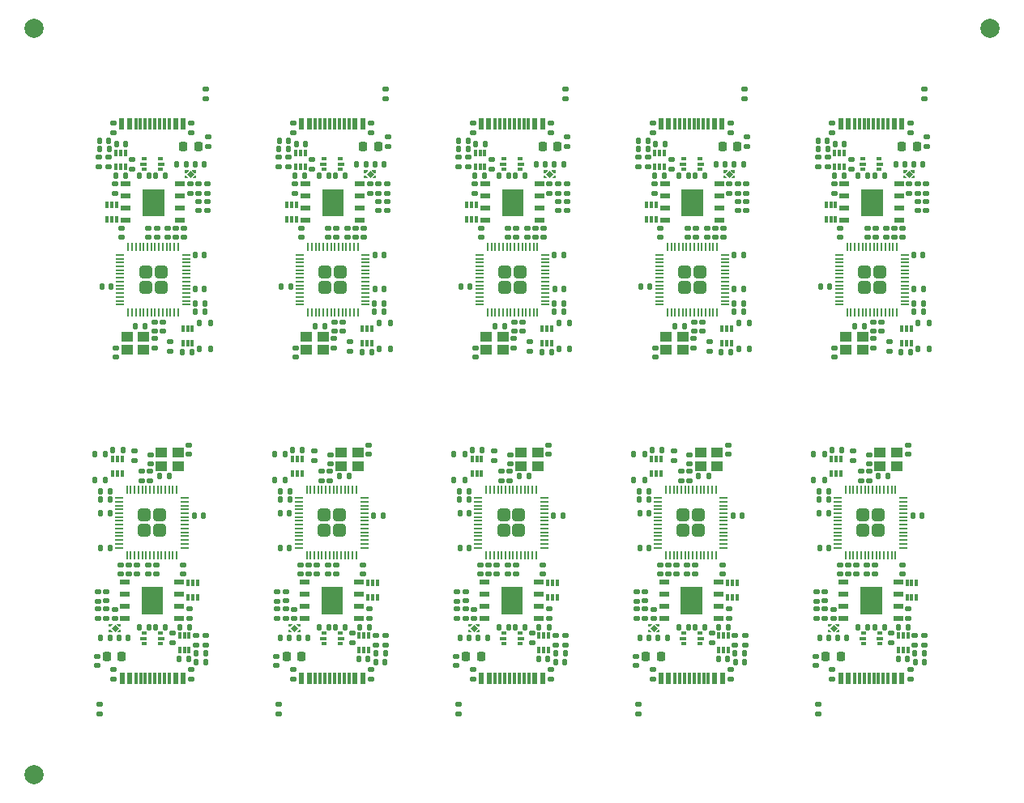
<source format=gbr>
%TF.GenerationSoftware,KiCad,Pcbnew,(6.0.7)*%
%TF.CreationDate,2022-09-17T18:54:00+02:00*%
%TF.ProjectId,panel,70616e65-6c2e-46b6-9963-61645f706362,rev1.0*%
%TF.SameCoordinates,Original*%
%TF.FileFunction,Paste,Top*%
%TF.FilePolarity,Positive*%
%FSLAX46Y46*%
G04 Gerber Fmt 4.6, Leading zero omitted, Abs format (unit mm)*
G04 Created by KiCad (PCBNEW (6.0.7)) date 2022-09-17 18:54:00*
%MOMM*%
%LPD*%
G01*
G04 APERTURE LIST*
G04 Aperture macros list*
%AMRoundRect*
0 Rectangle with rounded corners*
0 $1 Rounding radius*
0 $2 $3 $4 $5 $6 $7 $8 $9 X,Y pos of 4 corners*
0 Add a 4 corners polygon primitive as box body*
4,1,4,$2,$3,$4,$5,$6,$7,$8,$9,$2,$3,0*
0 Add four circle primitives for the rounded corners*
1,1,$1+$1,$2,$3*
1,1,$1+$1,$4,$5*
1,1,$1+$1,$6,$7*
1,1,$1+$1,$8,$9*
0 Add four rect primitives between the rounded corners*
20,1,$1+$1,$2,$3,$4,$5,0*
20,1,$1+$1,$4,$5,$6,$7,0*
20,1,$1+$1,$6,$7,$8,$9,0*
20,1,$1+$1,$8,$9,$2,$3,0*%
G04 Aperture macros list end*
%ADD10C,0.010000*%
%ADD11RoundRect,0.140000X-0.140000X-0.170000X0.140000X-0.170000X0.140000X0.170000X-0.140000X0.170000X0*%
%ADD12RoundRect,0.249999X-0.395001X-0.395001X0.395001X-0.395001X0.395001X0.395001X-0.395001X0.395001X0*%
%ADD13RoundRect,0.050000X-0.387500X-0.050000X0.387500X-0.050000X0.387500X0.050000X-0.387500X0.050000X0*%
%ADD14RoundRect,0.050000X-0.050000X-0.387500X0.050000X-0.387500X0.050000X0.387500X-0.050000X0.387500X0*%
%ADD15RoundRect,0.137500X-0.137500X0.212500X-0.137500X-0.212500X0.137500X-0.212500X0.137500X0.212500X0*%
%ADD16RoundRect,0.135000X-0.185000X0.135000X-0.185000X-0.135000X0.185000X-0.135000X0.185000X0.135000X0*%
%ADD17RoundRect,0.135000X-0.135000X-0.185000X0.135000X-0.185000X0.135000X0.185000X-0.135000X0.185000X0*%
%ADD18RoundRect,0.140000X0.140000X0.170000X-0.140000X0.170000X-0.140000X-0.170000X0.140000X-0.170000X0*%
%ADD19RoundRect,0.135000X0.185000X-0.135000X0.185000X0.135000X-0.185000X0.135000X-0.185000X-0.135000X0*%
%ADD20R,0.500000X0.375000*%
%ADD21R,0.650000X0.300000*%
%ADD22R,1.150000X1.000000*%
%ADD23R,0.340000X0.700000*%
%ADD24RoundRect,0.140000X0.170000X-0.140000X0.170000X0.140000X-0.170000X0.140000X-0.170000X-0.140000X0*%
%ADD25RoundRect,0.135000X0.135000X0.185000X-0.135000X0.185000X-0.135000X-0.185000X0.135000X-0.185000X0*%
%ADD26RoundRect,0.140000X-0.170000X0.140000X-0.170000X-0.140000X0.170000X-0.140000X0.170000X0.140000X0*%
%ADD27RoundRect,0.218750X0.218750X0.256250X-0.218750X0.256250X-0.218750X-0.256250X0.218750X-0.256250X0*%
%ADD28RoundRect,0.026400X0.493600X0.193600X-0.493600X0.193600X-0.493600X-0.193600X0.493600X-0.193600X0*%
%ADD29RoundRect,0.147500X0.172500X-0.147500X0.172500X0.147500X-0.172500X0.147500X-0.172500X-0.147500X0*%
%ADD30R,0.600000X1.150000*%
%ADD31R,0.300000X1.150000*%
%ADD32RoundRect,0.249999X0.395001X0.395001X-0.395001X0.395001X-0.395001X-0.395001X0.395001X-0.395001X0*%
%ADD33RoundRect,0.050000X0.387500X0.050000X-0.387500X0.050000X-0.387500X-0.050000X0.387500X-0.050000X0*%
%ADD34RoundRect,0.050000X0.050000X0.387500X-0.050000X0.387500X-0.050000X-0.387500X0.050000X-0.387500X0*%
%ADD35RoundRect,0.218750X-0.218750X-0.256250X0.218750X-0.256250X0.218750X0.256250X-0.218750X0.256250X0*%
%ADD36RoundRect,0.137500X0.137500X-0.212500X0.137500X0.212500X-0.137500X0.212500X-0.137500X-0.212500X0*%
%ADD37RoundRect,0.147500X-0.172500X0.147500X-0.172500X-0.147500X0.172500X-0.147500X0.172500X0.147500X0*%
%ADD38RoundRect,0.026400X-0.493600X-0.193600X0.493600X-0.193600X0.493600X0.193600X-0.493600X0.193600X0*%
%ADD39C,2.000000*%
G04 APERTURE END LIST*
%TO.C,U2*%
G36*
X45335000Y-80105000D02*
G01*
X45155000Y-80105000D01*
X44910000Y-79855000D01*
X44910000Y-79825000D01*
X45335000Y-79825000D01*
X45335000Y-80105000D01*
G37*
G36*
X44540000Y-79855000D02*
G01*
X44295000Y-80105000D01*
X44115000Y-80105000D01*
X44115000Y-79825000D01*
X44540000Y-79825000D01*
X44540000Y-79855000D01*
G37*
G36*
X45066663Y-80256663D02*
G01*
X44725000Y-80598326D01*
X44383337Y-80256663D01*
X44725000Y-79915001D01*
X45066663Y-80256663D01*
G37*
D10*
X45066663Y-80256663D02*
X44725000Y-80598326D01*
X44383337Y-80256663D01*
X44725000Y-79915001D01*
X45066663Y-80256663D01*
G36*
X44540000Y-80655000D02*
G01*
X44540000Y-80685000D01*
X44115000Y-80685000D01*
X44115000Y-80405000D01*
X44295000Y-80405000D01*
X44540000Y-80655000D01*
G37*
G36*
X45335000Y-80685000D02*
G01*
X44910000Y-80685000D01*
X44910000Y-80655000D01*
X45155000Y-80405000D01*
X45335000Y-80405000D01*
X45335000Y-80685000D01*
G37*
%TO.C,U3*%
G36*
X106045000Y-78690000D02*
G01*
X103885000Y-78690000D01*
X103885000Y-75970000D01*
X106045000Y-75970000D01*
X106045000Y-78690000D01*
G37*
X106045000Y-78690000D02*
X103885000Y-78690000D01*
X103885000Y-75970000D01*
X106045000Y-75970000D01*
X106045000Y-78690000D01*
%TO.C,U2*%
G36*
X33650000Y-33185000D02*
G01*
X33650000Y-33215000D01*
X33225000Y-33215000D01*
X33225000Y-32935000D01*
X33405000Y-32935000D01*
X33650000Y-33185000D01*
G37*
G36*
X33650000Y-32385000D02*
G01*
X33405000Y-32635000D01*
X33225000Y-32635000D01*
X33225000Y-32355000D01*
X33650000Y-32355000D01*
X33650000Y-32385000D01*
G37*
G36*
X34176663Y-32783337D02*
G01*
X33835000Y-33124999D01*
X33493337Y-32783337D01*
X33835000Y-32441674D01*
X34176663Y-32783337D01*
G37*
X34176663Y-32783337D02*
X33835000Y-33124999D01*
X33493337Y-32783337D01*
X33835000Y-32441674D01*
X34176663Y-32783337D01*
G36*
X34445000Y-32635000D02*
G01*
X34265000Y-32635000D01*
X34020000Y-32385000D01*
X34020000Y-32355000D01*
X34445000Y-32355000D01*
X34445000Y-32635000D01*
G37*
G36*
X34445000Y-33215000D02*
G01*
X34020000Y-33215000D01*
X34020000Y-33185000D01*
X34265000Y-32935000D01*
X34445000Y-32935000D01*
X34445000Y-33215000D01*
G37*
G36*
X101406663Y-80256663D02*
G01*
X101065000Y-80598326D01*
X100723337Y-80256663D01*
X101065000Y-79915001D01*
X101406663Y-80256663D01*
G37*
X101406663Y-80256663D02*
X101065000Y-80598326D01*
X100723337Y-80256663D01*
X101065000Y-79915001D01*
X101406663Y-80256663D01*
G36*
X101675000Y-80685000D02*
G01*
X101250000Y-80685000D01*
X101250000Y-80655000D01*
X101495000Y-80405000D01*
X101675000Y-80405000D01*
X101675000Y-80685000D01*
G37*
G36*
X100880000Y-79855000D02*
G01*
X100635000Y-80105000D01*
X100455000Y-80105000D01*
X100455000Y-79825000D01*
X100880000Y-79825000D01*
X100880000Y-79855000D01*
G37*
G36*
X101675000Y-80105000D02*
G01*
X101495000Y-80105000D01*
X101250000Y-79855000D01*
X101250000Y-79825000D01*
X101675000Y-79825000D01*
X101675000Y-80105000D01*
G37*
G36*
X100880000Y-80655000D02*
G01*
X100880000Y-80685000D01*
X100455000Y-80685000D01*
X100455000Y-80405000D01*
X100635000Y-80405000D01*
X100880000Y-80655000D01*
G37*
G36*
X63846663Y-80256663D02*
G01*
X63505000Y-80598326D01*
X63163337Y-80256663D01*
X63505000Y-79915001D01*
X63846663Y-80256663D01*
G37*
X63846663Y-80256663D02*
X63505000Y-80598326D01*
X63163337Y-80256663D01*
X63505000Y-79915001D01*
X63846663Y-80256663D01*
G36*
X64115000Y-80105000D02*
G01*
X63935000Y-80105000D01*
X63690000Y-79855000D01*
X63690000Y-79825000D01*
X64115000Y-79825000D01*
X64115000Y-80105000D01*
G37*
G36*
X63320000Y-79855000D02*
G01*
X63075000Y-80105000D01*
X62895000Y-80105000D01*
X62895000Y-79825000D01*
X63320000Y-79825000D01*
X63320000Y-79855000D01*
G37*
G36*
X63320000Y-80655000D02*
G01*
X63320000Y-80685000D01*
X62895000Y-80685000D01*
X62895000Y-80405000D01*
X63075000Y-80405000D01*
X63320000Y-80655000D01*
G37*
G36*
X64115000Y-80685000D02*
G01*
X63690000Y-80685000D01*
X63690000Y-80655000D01*
X63935000Y-80405000D01*
X64115000Y-80405000D01*
X64115000Y-80685000D01*
G37*
%TO.C,U3*%
G36*
X87355000Y-37070000D02*
G01*
X85195000Y-37070000D01*
X85195000Y-34350000D01*
X87355000Y-34350000D01*
X87355000Y-37070000D01*
G37*
X87355000Y-37070000D02*
X85195000Y-37070000D01*
X85195000Y-34350000D01*
X87355000Y-34350000D01*
X87355000Y-37070000D01*
G36*
X49705000Y-78690000D02*
G01*
X47545000Y-78690000D01*
X47545000Y-75970000D01*
X49705000Y-75970000D01*
X49705000Y-78690000D01*
G37*
X49705000Y-78690000D02*
X47545000Y-78690000D01*
X47545000Y-75970000D01*
X49705000Y-75970000D01*
X49705000Y-78690000D01*
G36*
X87265000Y-78690000D02*
G01*
X85105000Y-78690000D01*
X85105000Y-75970000D01*
X87265000Y-75970000D01*
X87265000Y-78690000D01*
G37*
X87265000Y-78690000D02*
X85105000Y-78690000D01*
X85105000Y-75970000D01*
X87265000Y-75970000D01*
X87265000Y-78690000D01*
%TO.C,U2*%
G36*
X89990000Y-33185000D02*
G01*
X89990000Y-33215000D01*
X89565000Y-33215000D01*
X89565000Y-32935000D01*
X89745000Y-32935000D01*
X89990000Y-33185000D01*
G37*
G36*
X90516663Y-32783337D02*
G01*
X90175000Y-33124999D01*
X89833337Y-32783337D01*
X90175000Y-32441674D01*
X90516663Y-32783337D01*
G37*
X90516663Y-32783337D02*
X90175000Y-33124999D01*
X89833337Y-32783337D01*
X90175000Y-32441674D01*
X90516663Y-32783337D01*
G36*
X89990000Y-32385000D02*
G01*
X89745000Y-32635000D01*
X89565000Y-32635000D01*
X89565000Y-32355000D01*
X89990000Y-32355000D01*
X89990000Y-32385000D01*
G37*
G36*
X90785000Y-32635000D02*
G01*
X90605000Y-32635000D01*
X90360000Y-32385000D01*
X90360000Y-32355000D01*
X90785000Y-32355000D01*
X90785000Y-32635000D01*
G37*
G36*
X90785000Y-33215000D02*
G01*
X90360000Y-33215000D01*
X90360000Y-33185000D01*
X90605000Y-32935000D01*
X90785000Y-32935000D01*
X90785000Y-33215000D01*
G37*
G36*
X25760000Y-80655000D02*
G01*
X25760000Y-80685000D01*
X25335000Y-80685000D01*
X25335000Y-80405000D01*
X25515000Y-80405000D01*
X25760000Y-80655000D01*
G37*
G36*
X26286663Y-80256663D02*
G01*
X25945000Y-80598326D01*
X25603337Y-80256663D01*
X25945000Y-79915001D01*
X26286663Y-80256663D01*
G37*
X26286663Y-80256663D02*
X25945000Y-80598326D01*
X25603337Y-80256663D01*
X25945000Y-79915001D01*
X26286663Y-80256663D01*
G36*
X26555000Y-80685000D02*
G01*
X26130000Y-80685000D01*
X26130000Y-80655000D01*
X26375000Y-80405000D01*
X26555000Y-80405000D01*
X26555000Y-80685000D01*
G37*
G36*
X25760000Y-79855000D02*
G01*
X25515000Y-80105000D01*
X25335000Y-80105000D01*
X25335000Y-79825000D01*
X25760000Y-79825000D01*
X25760000Y-79855000D01*
G37*
G36*
X26555000Y-80105000D02*
G01*
X26375000Y-80105000D01*
X26130000Y-79855000D01*
X26130000Y-79825000D01*
X26555000Y-79825000D01*
X26555000Y-80105000D01*
G37*
%TO.C,U3*%
G36*
X31015000Y-37070000D02*
G01*
X28855000Y-37070000D01*
X28855000Y-34350000D01*
X31015000Y-34350000D01*
X31015000Y-37070000D01*
G37*
X31015000Y-37070000D02*
X28855000Y-37070000D01*
X28855000Y-34350000D01*
X31015000Y-34350000D01*
X31015000Y-37070000D01*
G36*
X68575000Y-37070000D02*
G01*
X66415000Y-37070000D01*
X66415000Y-34350000D01*
X68575000Y-34350000D01*
X68575000Y-37070000D01*
G37*
X68575000Y-37070000D02*
X66415000Y-37070000D01*
X66415000Y-34350000D01*
X68575000Y-34350000D01*
X68575000Y-37070000D01*
G36*
X49795000Y-37070000D02*
G01*
X47635000Y-37070000D01*
X47635000Y-34350000D01*
X49795000Y-34350000D01*
X49795000Y-37070000D01*
G37*
X49795000Y-37070000D02*
X47635000Y-37070000D01*
X47635000Y-34350000D01*
X49795000Y-34350000D01*
X49795000Y-37070000D01*
%TO.C,U2*%
G36*
X52430000Y-33185000D02*
G01*
X52430000Y-33215000D01*
X52005000Y-33215000D01*
X52005000Y-32935000D01*
X52185000Y-32935000D01*
X52430000Y-33185000D01*
G37*
G36*
X52956663Y-32783337D02*
G01*
X52615000Y-33124999D01*
X52273337Y-32783337D01*
X52615000Y-32441674D01*
X52956663Y-32783337D01*
G37*
X52956663Y-32783337D02*
X52615000Y-33124999D01*
X52273337Y-32783337D01*
X52615000Y-32441674D01*
X52956663Y-32783337D01*
G36*
X53225000Y-33215000D02*
G01*
X52800000Y-33215000D01*
X52800000Y-33185000D01*
X53045000Y-32935000D01*
X53225000Y-32935000D01*
X53225000Y-33215000D01*
G37*
G36*
X52430000Y-32385000D02*
G01*
X52185000Y-32635000D01*
X52005000Y-32635000D01*
X52005000Y-32355000D01*
X52430000Y-32355000D01*
X52430000Y-32385000D01*
G37*
G36*
X53225000Y-32635000D02*
G01*
X53045000Y-32635000D01*
X52800000Y-32385000D01*
X52800000Y-32355000D01*
X53225000Y-32355000D01*
X53225000Y-32635000D01*
G37*
G36*
X71736663Y-32783337D02*
G01*
X71395000Y-33124999D01*
X71053337Y-32783337D01*
X71395000Y-32441674D01*
X71736663Y-32783337D01*
G37*
X71736663Y-32783337D02*
X71395000Y-33124999D01*
X71053337Y-32783337D01*
X71395000Y-32441674D01*
X71736663Y-32783337D01*
G36*
X72005000Y-32635000D02*
G01*
X71825000Y-32635000D01*
X71580000Y-32385000D01*
X71580000Y-32355000D01*
X72005000Y-32355000D01*
X72005000Y-32635000D01*
G37*
G36*
X71210000Y-33185000D02*
G01*
X71210000Y-33215000D01*
X70785000Y-33215000D01*
X70785000Y-32935000D01*
X70965000Y-32935000D01*
X71210000Y-33185000D01*
G37*
G36*
X71210000Y-32385000D02*
G01*
X70965000Y-32635000D01*
X70785000Y-32635000D01*
X70785000Y-32355000D01*
X71210000Y-32355000D01*
X71210000Y-32385000D01*
G37*
G36*
X72005000Y-33215000D02*
G01*
X71580000Y-33215000D01*
X71580000Y-33185000D01*
X71825000Y-32935000D01*
X72005000Y-32935000D01*
X72005000Y-33215000D01*
G37*
G36*
X109565000Y-33215000D02*
G01*
X109140000Y-33215000D01*
X109140000Y-33185000D01*
X109385000Y-32935000D01*
X109565000Y-32935000D01*
X109565000Y-33215000D01*
G37*
G36*
X108770000Y-33185000D02*
G01*
X108770000Y-33215000D01*
X108345000Y-33215000D01*
X108345000Y-32935000D01*
X108525000Y-32935000D01*
X108770000Y-33185000D01*
G37*
G36*
X108770000Y-32385000D02*
G01*
X108525000Y-32635000D01*
X108345000Y-32635000D01*
X108345000Y-32355000D01*
X108770000Y-32355000D01*
X108770000Y-32385000D01*
G37*
G36*
X109565000Y-32635000D02*
G01*
X109385000Y-32635000D01*
X109140000Y-32385000D01*
X109140000Y-32355000D01*
X109565000Y-32355000D01*
X109565000Y-32635000D01*
G37*
G36*
X109296663Y-32783337D02*
G01*
X108955000Y-33124999D01*
X108613337Y-32783337D01*
X108955000Y-32441674D01*
X109296663Y-32783337D01*
G37*
X109296663Y-32783337D02*
X108955000Y-33124999D01*
X108613337Y-32783337D01*
X108955000Y-32441674D01*
X109296663Y-32783337D01*
G36*
X82626663Y-80256663D02*
G01*
X82285000Y-80598326D01*
X81943337Y-80256663D01*
X82285000Y-79915001D01*
X82626663Y-80256663D01*
G37*
X82626663Y-80256663D02*
X82285000Y-80598326D01*
X81943337Y-80256663D01*
X82285000Y-79915001D01*
X82626663Y-80256663D01*
G36*
X82100000Y-80655000D02*
G01*
X82100000Y-80685000D01*
X81675000Y-80685000D01*
X81675000Y-80405000D01*
X81855000Y-80405000D01*
X82100000Y-80655000D01*
G37*
G36*
X82895000Y-80685000D02*
G01*
X82470000Y-80685000D01*
X82470000Y-80655000D01*
X82715000Y-80405000D01*
X82895000Y-80405000D01*
X82895000Y-80685000D01*
G37*
G36*
X82895000Y-80105000D02*
G01*
X82715000Y-80105000D01*
X82470000Y-79855000D01*
X82470000Y-79825000D01*
X82895000Y-79825000D01*
X82895000Y-80105000D01*
G37*
G36*
X82100000Y-79855000D02*
G01*
X81855000Y-80105000D01*
X81675000Y-80105000D01*
X81675000Y-79825000D01*
X82100000Y-79825000D01*
X82100000Y-79855000D01*
G37*
%TO.C,U3*%
G36*
X30925000Y-78690000D02*
G01*
X28765000Y-78690000D01*
X28765000Y-75970000D01*
X30925000Y-75970000D01*
X30925000Y-78690000D01*
G37*
X30925000Y-78690000D02*
X28765000Y-78690000D01*
X28765000Y-75970000D01*
X30925000Y-75970000D01*
X30925000Y-78690000D01*
G36*
X106135000Y-37070000D02*
G01*
X103975000Y-37070000D01*
X103975000Y-34350000D01*
X106135000Y-34350000D01*
X106135000Y-37070000D01*
G37*
X106135000Y-37070000D02*
X103975000Y-37070000D01*
X103975000Y-34350000D01*
X106135000Y-34350000D01*
X106135000Y-37070000D01*
G36*
X68485000Y-78690000D02*
G01*
X66325000Y-78690000D01*
X66325000Y-75970000D01*
X68485000Y-75970000D01*
X68485000Y-78690000D01*
G37*
X68485000Y-78690000D02*
X66325000Y-78690000D01*
X66325000Y-75970000D01*
X68485000Y-75970000D01*
X68485000Y-78690000D01*
%TD*%
D11*
%TO.C,C1*%
X72025000Y-83780000D03*
X72985000Y-83780000D03*
%TD*%
D12*
%TO.C,U4*%
X105880000Y-43010000D03*
X104280000Y-44610000D03*
X105880000Y-44610000D03*
X104280000Y-43010000D03*
D13*
X101642500Y-41210000D03*
X101642500Y-41610000D03*
X101642500Y-42010000D03*
X101642500Y-42410000D03*
X101642500Y-42810000D03*
X101642500Y-43210000D03*
X101642500Y-43610000D03*
X101642500Y-44010000D03*
X101642500Y-44410000D03*
X101642500Y-44810000D03*
X101642500Y-45210000D03*
X101642500Y-45610000D03*
X101642500Y-46010000D03*
X101642500Y-46410000D03*
D14*
X102480000Y-47247500D03*
X102880000Y-47247500D03*
X103280000Y-47247500D03*
X103680000Y-47247500D03*
X104080000Y-47247500D03*
X104480000Y-47247500D03*
X104880000Y-47247500D03*
X105280000Y-47247500D03*
X105680000Y-47247500D03*
X106080000Y-47247500D03*
X106480000Y-47247500D03*
X106880000Y-47247500D03*
X107280000Y-47247500D03*
X107680000Y-47247500D03*
D13*
X108517500Y-46410000D03*
X108517500Y-46010000D03*
X108517500Y-45610000D03*
X108517500Y-45210000D03*
X108517500Y-44810000D03*
X108517500Y-44410000D03*
X108517500Y-44010000D03*
X108517500Y-43610000D03*
X108517500Y-43210000D03*
X108517500Y-42810000D03*
X108517500Y-42410000D03*
X108517500Y-42010000D03*
X108517500Y-41610000D03*
X108517500Y-41210000D03*
D14*
X107680000Y-40372500D03*
X107280000Y-40372500D03*
X106880000Y-40372500D03*
X106480000Y-40372500D03*
X106080000Y-40372500D03*
X105680000Y-40372500D03*
X105280000Y-40372500D03*
X104880000Y-40372500D03*
X104480000Y-40372500D03*
X104080000Y-40372500D03*
X103680000Y-40372500D03*
X103280000Y-40372500D03*
X102880000Y-40372500D03*
X102480000Y-40372500D03*
%TD*%
D15*
%TO.C,SW1*%
X92280000Y-51010000D03*
X92280000Y-48310000D03*
X91130000Y-51010000D03*
X91130000Y-48310000D03*
%TD*%
D16*
%TO.C,R11*%
X108890000Y-78220000D03*
X108890000Y-79240000D03*
%TD*%
D17*
%TO.C,R16*%
X80775000Y-66780000D03*
X81795000Y-66780000D03*
%TD*%
D18*
%TO.C,C12*%
X81765000Y-68230000D03*
X80805000Y-68230000D03*
%TD*%
D19*
%TO.C,R11*%
X26010000Y-34820000D03*
X26010000Y-33800000D03*
%TD*%
D20*
%TO.C,U1*%
X105865000Y-81867500D03*
D21*
X105940000Y-81330000D03*
D20*
X105865000Y-80792500D03*
X104165000Y-80792500D03*
D21*
X104090000Y-81330000D03*
D20*
X104165000Y-81867500D03*
%TD*%
D22*
%TO.C,Y1*%
X45990000Y-51160000D03*
X47740000Y-51160000D03*
X47740000Y-49760000D03*
X45990000Y-49760000D03*
%TD*%
D23*
%TO.C,U5*%
X25160000Y-37510000D03*
X25660000Y-37510000D03*
X26160000Y-37510000D03*
X26160000Y-36010000D03*
X25660000Y-36010000D03*
X25160000Y-36010000D03*
%TD*%
D11*
%TO.C,C4*%
X90685000Y-31770000D03*
X91645000Y-31770000D03*
%TD*%
D24*
%TO.C,C11*%
X85985000Y-64810000D03*
X85985000Y-63850000D03*
%TD*%
%TO.C,C6*%
X25945000Y-79230000D03*
X25945000Y-78270000D03*
%TD*%
D16*
%TO.C,R4*%
X72005000Y-81045000D03*
X72005000Y-82065000D03*
%TD*%
%TO.C,R11*%
X33770000Y-78220000D03*
X33770000Y-79240000D03*
%TD*%
D11*
%TO.C,C1*%
X34465000Y-83780000D03*
X35425000Y-83780000D03*
%TD*%
D25*
%TO.C,R16*%
X54125000Y-46260000D03*
X53105000Y-46260000D03*
%TD*%
%TO.C,R5*%
X25345000Y-30135000D03*
X24325000Y-30135000D03*
%TD*%
D16*
%TO.C,R11*%
X90110000Y-78220000D03*
X90110000Y-79240000D03*
%TD*%
D11*
%TO.C,C12*%
X53135000Y-44810000D03*
X54095000Y-44810000D03*
%TD*%
D18*
%TO.C,C2*%
X33650000Y-83455000D03*
X32690000Y-83455000D03*
%TD*%
D26*
%TO.C,C3*%
X99205000Y-83190000D03*
X99205000Y-84150000D03*
%TD*%
D25*
%TO.C,R17*%
X63015000Y-65905000D03*
X61995000Y-65905000D03*
%TD*%
D19*
%TO.C,R2*%
X27785000Y-32270000D03*
X27785000Y-31250000D03*
%TD*%
D24*
%TO.C,C14*%
X30335000Y-39390000D03*
X30335000Y-38430000D03*
%TD*%
D25*
%TO.C,R17*%
X25455000Y-65905000D03*
X24435000Y-65905000D03*
%TD*%
D24*
%TO.C,C3*%
X73255000Y-29850000D03*
X73255000Y-28890000D03*
%TD*%
D15*
%TO.C,SW1*%
X35940000Y-51010000D03*
X35940000Y-48310000D03*
X34790000Y-48310000D03*
X34790000Y-51010000D03*
%TD*%
D25*
%TO.C,R14*%
X50435000Y-64330000D03*
X49415000Y-64330000D03*
%TD*%
D16*
%TO.C,R3*%
X65580000Y-61720000D03*
X65580000Y-62740000D03*
%TD*%
D17*
%TO.C,R1*%
X89340000Y-51385000D03*
X90360000Y-51385000D03*
%TD*%
%TO.C,R9*%
X44805000Y-32890000D03*
X45825000Y-32890000D03*
%TD*%
D24*
%TO.C,C9*%
X102565000Y-74610000D03*
X102565000Y-73650000D03*
%TD*%
%TO.C,C7*%
X30085000Y-50940000D03*
X30085000Y-49980000D03*
%TD*%
D23*
%TO.C,U5*%
X90960000Y-75530000D03*
X90460000Y-75530000D03*
X89960000Y-75530000D03*
X89960000Y-77030000D03*
X90460000Y-77030000D03*
X90960000Y-77030000D03*
%TD*%
D17*
%TO.C,R12*%
X47305000Y-32890000D03*
X48325000Y-32890000D03*
%TD*%
D19*
%TO.C,R8*%
X90295000Y-85590000D03*
X90295000Y-84570000D03*
%TD*%
D16*
%TO.C,FB1*%
X43105000Y-88190000D03*
X43105000Y-89210000D03*
%TD*%
D19*
%TO.C,R10*%
X110745000Y-34797500D03*
X110745000Y-33777500D03*
%TD*%
D27*
%TO.C,F1*%
X101802500Y-83180000D03*
X100227500Y-83180000D03*
%TD*%
D19*
%TO.C,R6*%
X73030000Y-82065000D03*
X73030000Y-81045000D03*
%TD*%
D24*
%TO.C,C17*%
X29485000Y-39390000D03*
X29485000Y-38430000D03*
%TD*%
D17*
%TO.C,R1*%
X108120000Y-51385000D03*
X109140000Y-51385000D03*
%TD*%
D23*
%TO.C,Q1*%
X34060000Y-48960000D03*
X33560000Y-48960000D03*
X33060000Y-48960000D03*
X33060000Y-50460000D03*
X33560000Y-50460000D03*
X34060000Y-50460000D03*
%TD*%
D28*
%TO.C,U3*%
X107810000Y-79235000D03*
X107810000Y-77965000D03*
X107810000Y-76695000D03*
X107810000Y-75425000D03*
X102120000Y-75425000D03*
X102120000Y-76695000D03*
X102120000Y-77965000D03*
X102120000Y-79235000D03*
%TD*%
D25*
%TO.C,R13*%
X106375000Y-32890000D03*
X105355000Y-32890000D03*
%TD*%
D23*
%TO.C,U5*%
X81500000Y-37510000D03*
X82000000Y-37510000D03*
X82500000Y-37510000D03*
X82500000Y-36010000D03*
X82000000Y-36010000D03*
X81500000Y-36010000D03*
%TD*%
D11*
%TO.C,C12*%
X71915000Y-44810000D03*
X72875000Y-44810000D03*
%TD*%
D26*
%TO.C,C8*%
X71275000Y-61110000D03*
X71275000Y-62070000D03*
%TD*%
D24*
%TO.C,C6*%
X63505000Y-79230000D03*
X63505000Y-78270000D03*
%TD*%
D17*
%TO.C,R5*%
X71995000Y-82905000D03*
X73015000Y-82905000D03*
%TD*%
D24*
%TO.C,C3*%
X35695000Y-29850000D03*
X35695000Y-28890000D03*
%TD*%
%TO.C,C9*%
X83785000Y-74610000D03*
X83785000Y-73650000D03*
%TD*%
%TO.C,C10*%
X65855000Y-74610000D03*
X65855000Y-73650000D03*
%TD*%
%TO.C,C18*%
X89525000Y-39390000D03*
X89525000Y-38430000D03*
%TD*%
D29*
%TO.C,D1*%
X99275000Y-77417500D03*
X99275000Y-76447500D03*
%TD*%
D25*
%TO.C,R9*%
X33755000Y-80150000D03*
X32735000Y-80150000D03*
%TD*%
%TO.C,R12*%
X50035000Y-80150000D03*
X49015000Y-80150000D03*
%TD*%
D24*
%TO.C,C16*%
X45435000Y-39400000D03*
X45435000Y-38440000D03*
%TD*%
D19*
%TO.C,R11*%
X44790000Y-34820000D03*
X44790000Y-33800000D03*
%TD*%
D16*
%TO.C,R11*%
X71330000Y-78220000D03*
X71330000Y-79240000D03*
%TD*%
%TO.C,R2*%
X50775000Y-80770000D03*
X50775000Y-81790000D03*
%TD*%
%TO.C,FB1*%
X99445000Y-88190000D03*
X99445000Y-89210000D03*
%TD*%
D30*
%TO.C,J1*%
X70645000Y-27537500D03*
X69845000Y-27537500D03*
D31*
X68695000Y-27537500D03*
X67695000Y-27537500D03*
X67195000Y-27537500D03*
X66195000Y-27537500D03*
D30*
X65045000Y-27537500D03*
X64245000Y-27537500D03*
X64245000Y-27537500D03*
X65045000Y-27537500D03*
D31*
X65695000Y-27537500D03*
X66695000Y-27537500D03*
X68195000Y-27537500D03*
X69195000Y-27537500D03*
D30*
X69845000Y-27537500D03*
X70645000Y-27537500D03*
%TD*%
D25*
%TO.C,R9*%
X108875000Y-80150000D03*
X107855000Y-80150000D03*
%TD*%
D26*
%TO.C,C18*%
X26595000Y-73650000D03*
X26595000Y-74610000D03*
%TD*%
D20*
%TO.C,U1*%
X66595000Y-31172500D03*
D21*
X66520000Y-31710000D03*
D20*
X66595000Y-32247500D03*
X68295000Y-32247500D03*
D21*
X68370000Y-31710000D03*
D20*
X68295000Y-31172500D03*
%TD*%
D25*
%TO.C,R12*%
X68815000Y-80150000D03*
X67795000Y-80150000D03*
%TD*%
D17*
%TO.C,R12*%
X103645000Y-32890000D03*
X104665000Y-32890000D03*
%TD*%
D18*
%TO.C,C4*%
X81775000Y-81270000D03*
X80815000Y-81270000D03*
%TD*%
D17*
%TO.C,R13*%
X103645000Y-80150000D03*
X104665000Y-80150000D03*
%TD*%
D32*
%TO.C,U4*%
X105740000Y-68430000D03*
X105740000Y-70030000D03*
X104140000Y-70030000D03*
X104140000Y-68430000D03*
D33*
X108377500Y-71830000D03*
X108377500Y-71430000D03*
X108377500Y-71030000D03*
X108377500Y-70630000D03*
X108377500Y-70230000D03*
X108377500Y-69830000D03*
X108377500Y-69430000D03*
X108377500Y-69030000D03*
X108377500Y-68630000D03*
X108377500Y-68230000D03*
X108377500Y-67830000D03*
X108377500Y-67430000D03*
X108377500Y-67030000D03*
X108377500Y-66630000D03*
D34*
X107540000Y-65792500D03*
X107140000Y-65792500D03*
X106740000Y-65792500D03*
X106340000Y-65792500D03*
X105940000Y-65792500D03*
X105540000Y-65792500D03*
X105140000Y-65792500D03*
X104740000Y-65792500D03*
X104340000Y-65792500D03*
X103940000Y-65792500D03*
X103540000Y-65792500D03*
X103140000Y-65792500D03*
X102740000Y-65792500D03*
X102340000Y-65792500D03*
D33*
X101502500Y-66630000D03*
X101502500Y-67030000D03*
X101502500Y-67430000D03*
X101502500Y-67830000D03*
X101502500Y-68230000D03*
X101502500Y-68630000D03*
X101502500Y-69030000D03*
X101502500Y-69430000D03*
X101502500Y-69830000D03*
X101502500Y-70230000D03*
X101502500Y-70630000D03*
X101502500Y-71030000D03*
X101502500Y-71430000D03*
X101502500Y-71830000D03*
D34*
X102340000Y-72667500D03*
X102740000Y-72667500D03*
X103140000Y-72667500D03*
X103540000Y-72667500D03*
X103940000Y-72667500D03*
X104340000Y-72667500D03*
X104740000Y-72667500D03*
X105140000Y-72667500D03*
X105540000Y-72667500D03*
X105940000Y-72667500D03*
X106340000Y-72667500D03*
X106740000Y-72667500D03*
X107140000Y-72667500D03*
X107540000Y-72667500D03*
%TD*%
D18*
%TO.C,C13*%
X100555000Y-71830000D03*
X99595000Y-71830000D03*
%TD*%
D19*
%TO.C,R11*%
X101130000Y-34820000D03*
X101130000Y-33800000D03*
%TD*%
%TO.C,R8*%
X109075000Y-85590000D03*
X109075000Y-84570000D03*
%TD*%
D24*
%TO.C,C9*%
X27445000Y-74610000D03*
X27445000Y-73650000D03*
%TD*%
D19*
%TO.C,R8*%
X71515000Y-85590000D03*
X71515000Y-84570000D03*
%TD*%
D18*
%TO.C,C1*%
X100435000Y-29260000D03*
X99475000Y-29260000D03*
%TD*%
D11*
%TO.C,C4*%
X71905000Y-31770000D03*
X72865000Y-31770000D03*
%TD*%
D32*
%TO.C,U4*%
X68180000Y-68430000D03*
X66580000Y-68430000D03*
X66580000Y-70030000D03*
X68180000Y-70030000D03*
D33*
X70817500Y-71830000D03*
X70817500Y-71430000D03*
X70817500Y-71030000D03*
X70817500Y-70630000D03*
X70817500Y-70230000D03*
X70817500Y-69830000D03*
X70817500Y-69430000D03*
X70817500Y-69030000D03*
X70817500Y-68630000D03*
X70817500Y-68230000D03*
X70817500Y-67830000D03*
X70817500Y-67430000D03*
X70817500Y-67030000D03*
X70817500Y-66630000D03*
D34*
X69980000Y-65792500D03*
X69580000Y-65792500D03*
X69180000Y-65792500D03*
X68780000Y-65792500D03*
X68380000Y-65792500D03*
X67980000Y-65792500D03*
X67580000Y-65792500D03*
X67180000Y-65792500D03*
X66780000Y-65792500D03*
X66380000Y-65792500D03*
X65980000Y-65792500D03*
X65580000Y-65792500D03*
X65180000Y-65792500D03*
X64780000Y-65792500D03*
D33*
X63942500Y-66630000D03*
X63942500Y-67030000D03*
X63942500Y-67430000D03*
X63942500Y-67830000D03*
X63942500Y-68230000D03*
X63942500Y-68630000D03*
X63942500Y-69030000D03*
X63942500Y-69430000D03*
X63942500Y-69830000D03*
X63942500Y-70230000D03*
X63942500Y-70630000D03*
X63942500Y-71030000D03*
X63942500Y-71430000D03*
X63942500Y-71830000D03*
D34*
X64780000Y-72667500D03*
X65180000Y-72667500D03*
X65580000Y-72667500D03*
X65980000Y-72667500D03*
X66380000Y-72667500D03*
X66780000Y-72667500D03*
X67180000Y-72667500D03*
X67580000Y-72667500D03*
X67980000Y-72667500D03*
X68380000Y-72667500D03*
X68780000Y-72667500D03*
X69180000Y-72667500D03*
X69580000Y-72667500D03*
X69980000Y-72667500D03*
%TD*%
D19*
%TO.C,R3*%
X69320000Y-51320000D03*
X69320000Y-50300000D03*
%TD*%
%TO.C,R6*%
X91810000Y-82065000D03*
X91810000Y-81045000D03*
%TD*%
D24*
%TO.C,C17*%
X67045000Y-39390000D03*
X67045000Y-38430000D03*
%TD*%
D30*
%TO.C,J1*%
X101815000Y-85502500D03*
X102615000Y-85502500D03*
D31*
X103765000Y-85502500D03*
X104765000Y-85502500D03*
X105265000Y-85502500D03*
X106265000Y-85502500D03*
D30*
X107415000Y-85502500D03*
X108215000Y-85502500D03*
X108215000Y-85502500D03*
X107415000Y-85502500D03*
D31*
X106765000Y-85502500D03*
X105765000Y-85502500D03*
X104265000Y-85502500D03*
X103265000Y-85502500D03*
D30*
X102615000Y-85502500D03*
X101815000Y-85502500D03*
%TD*%
D16*
%TO.C,R15*%
X43825000Y-78242500D03*
X43825000Y-79262500D03*
%TD*%
D22*
%TO.C,Y1*%
X27210000Y-51160000D03*
X28960000Y-51160000D03*
X28960000Y-49760000D03*
X27210000Y-49760000D03*
%TD*%
D17*
%TO.C,R16*%
X24435000Y-66780000D03*
X25455000Y-66780000D03*
%TD*%
D35*
%TO.C,F1*%
X51877500Y-29860000D03*
X53452500Y-29860000D03*
%TD*%
D16*
%TO.C,R15*%
X81385000Y-78242500D03*
X81385000Y-79262500D03*
%TD*%
%TO.C,R6*%
X99430000Y-30975000D03*
X99430000Y-31995000D03*
%TD*%
D25*
%TO.C,R9*%
X52535000Y-80150000D03*
X51515000Y-80150000D03*
%TD*%
D24*
%TO.C,C6*%
X101065000Y-79230000D03*
X101065000Y-78270000D03*
%TD*%
D25*
%TO.C,R14*%
X31655000Y-64330000D03*
X30635000Y-64330000D03*
%TD*%
D36*
%TO.C,SW1*%
X42620000Y-62030000D03*
X42620000Y-64730000D03*
X43770000Y-64730000D03*
X43770000Y-62030000D03*
%TD*%
D23*
%TO.C,U5*%
X34620000Y-75530000D03*
X34120000Y-75530000D03*
X33620000Y-75530000D03*
X33620000Y-77030000D03*
X34120000Y-77030000D03*
X34620000Y-77030000D03*
%TD*%
D26*
%TO.C,C18*%
X82935000Y-73650000D03*
X82935000Y-74610000D03*
%TD*%
D24*
%TO.C,C19*%
X66355000Y-64810000D03*
X66355000Y-63850000D03*
%TD*%
D25*
%TO.C,R13*%
X68815000Y-32890000D03*
X67795000Y-32890000D03*
%TD*%
D22*
%TO.C,Y1*%
X102330000Y-51160000D03*
X104080000Y-51160000D03*
X104080000Y-49760000D03*
X102330000Y-49760000D03*
%TD*%
D24*
%TO.C,C18*%
X70745000Y-39390000D03*
X70745000Y-38430000D03*
%TD*%
%TO.C,C6*%
X82285000Y-79230000D03*
X82285000Y-78270000D03*
%TD*%
D16*
%TO.C,R8*%
X100945000Y-27450000D03*
X100945000Y-28470000D03*
%TD*%
D18*
%TO.C,C1*%
X25315000Y-29260000D03*
X24355000Y-29260000D03*
%TD*%
D11*
%TO.C,C2*%
X63690000Y-29585000D03*
X64650000Y-29585000D03*
%TD*%
D20*
%TO.C,U1*%
X30745000Y-81867500D03*
D21*
X30820000Y-81330000D03*
D20*
X30745000Y-80792500D03*
X29045000Y-80792500D03*
D21*
X28970000Y-81330000D03*
D20*
X29045000Y-81867500D03*
%TD*%
D26*
%TO.C,C18*%
X101715000Y-73650000D03*
X101715000Y-74610000D03*
%TD*%
D22*
%TO.C,Y1*%
X51350000Y-61880000D03*
X49600000Y-61880000D03*
X49600000Y-63280000D03*
X51350000Y-63280000D03*
%TD*%
D32*
%TO.C,U4*%
X85360000Y-68430000D03*
X86960000Y-68430000D03*
X85360000Y-70030000D03*
X86960000Y-70030000D03*
D33*
X89597500Y-71830000D03*
X89597500Y-71430000D03*
X89597500Y-71030000D03*
X89597500Y-70630000D03*
X89597500Y-70230000D03*
X89597500Y-69830000D03*
X89597500Y-69430000D03*
X89597500Y-69030000D03*
X89597500Y-68630000D03*
X89597500Y-68230000D03*
X89597500Y-67830000D03*
X89597500Y-67430000D03*
X89597500Y-67030000D03*
X89597500Y-66630000D03*
D34*
X88760000Y-65792500D03*
X88360000Y-65792500D03*
X87960000Y-65792500D03*
X87560000Y-65792500D03*
X87160000Y-65792500D03*
X86760000Y-65792500D03*
X86360000Y-65792500D03*
X85960000Y-65792500D03*
X85560000Y-65792500D03*
X85160000Y-65792500D03*
X84760000Y-65792500D03*
X84360000Y-65792500D03*
X83960000Y-65792500D03*
X83560000Y-65792500D03*
D33*
X82722500Y-66630000D03*
X82722500Y-67030000D03*
X82722500Y-67430000D03*
X82722500Y-67830000D03*
X82722500Y-68230000D03*
X82722500Y-68630000D03*
X82722500Y-69030000D03*
X82722500Y-69430000D03*
X82722500Y-69830000D03*
X82722500Y-70230000D03*
X82722500Y-70630000D03*
X82722500Y-71030000D03*
X82722500Y-71430000D03*
X82722500Y-71830000D03*
D34*
X83560000Y-72667500D03*
X83960000Y-72667500D03*
X84360000Y-72667500D03*
X84760000Y-72667500D03*
X85160000Y-72667500D03*
X85560000Y-72667500D03*
X85960000Y-72667500D03*
X86360000Y-72667500D03*
X86760000Y-72667500D03*
X87160000Y-72667500D03*
X87560000Y-72667500D03*
X87960000Y-72667500D03*
X88360000Y-72667500D03*
X88760000Y-72667500D03*
%TD*%
D26*
%TO.C,C6*%
X90175000Y-33810000D03*
X90175000Y-34770000D03*
%TD*%
%TO.C,C8*%
X33715000Y-61110000D03*
X33715000Y-62070000D03*
%TD*%
D24*
%TO.C,C8*%
X82405000Y-51930000D03*
X82405000Y-50970000D03*
%TD*%
D20*
%TO.C,U1*%
X85375000Y-31172500D03*
D21*
X85300000Y-31710000D03*
D20*
X85375000Y-32247500D03*
X87075000Y-32247500D03*
D21*
X87150000Y-31710000D03*
D20*
X87075000Y-31172500D03*
%TD*%
D26*
%TO.C,C11*%
X105255000Y-48230000D03*
X105255000Y-49190000D03*
%TD*%
%TO.C,C11*%
X48915000Y-48230000D03*
X48915000Y-49190000D03*
%TD*%
D17*
%TO.C,R14*%
X65685000Y-48710000D03*
X66705000Y-48710000D03*
%TD*%
D26*
%TO.C,C17*%
X49075000Y-73650000D03*
X49075000Y-74610000D03*
%TD*%
D19*
%TO.C,FB1*%
X35455000Y-24850000D03*
X35455000Y-23830000D03*
%TD*%
D11*
%TO.C,C13*%
X34345000Y-41210000D03*
X35305000Y-41210000D03*
%TD*%
D26*
%TO.C,C9*%
X88675000Y-38430000D03*
X88675000Y-39390000D03*
%TD*%
D19*
%TO.C,R2*%
X102905000Y-32270000D03*
X102905000Y-31250000D03*
%TD*%
D26*
%TO.C,C10*%
X69045000Y-38430000D03*
X69045000Y-39390000D03*
%TD*%
D16*
%TO.C,R2*%
X31995000Y-80770000D03*
X31995000Y-81790000D03*
%TD*%
D23*
%TO.C,U5*%
X72180000Y-75530000D03*
X71680000Y-75530000D03*
X71180000Y-75530000D03*
X71180000Y-77030000D03*
X71680000Y-77030000D03*
X72180000Y-77030000D03*
%TD*%
D16*
%TO.C,R4*%
X109565000Y-81045000D03*
X109565000Y-82065000D03*
%TD*%
D11*
%TO.C,C5*%
X101495000Y-81270000D03*
X102455000Y-81270000D03*
%TD*%
D19*
%TO.C,R7*%
X63385000Y-85590000D03*
X63385000Y-84570000D03*
%TD*%
%TO.C,R4*%
X25335000Y-31995000D03*
X25335000Y-30975000D03*
%TD*%
D17*
%TO.C,R12*%
X66085000Y-32890000D03*
X67105000Y-32890000D03*
%TD*%
D18*
%TO.C,C15*%
X44320000Y-44535000D03*
X43360000Y-44535000D03*
%TD*%
D16*
%TO.C,FB1*%
X61885000Y-88190000D03*
X61885000Y-89210000D03*
%TD*%
D11*
%TO.C,C15*%
X34240000Y-68505000D03*
X35200000Y-68505000D03*
%TD*%
D24*
%TO.C,C6*%
X44725000Y-79230000D03*
X44725000Y-78270000D03*
%TD*%
D15*
%TO.C,SW1*%
X111060000Y-48310000D03*
X111060000Y-51010000D03*
X109910000Y-51010000D03*
X109910000Y-48310000D03*
%TD*%
D24*
%TO.C,C3*%
X54475000Y-29850000D03*
X54475000Y-28890000D03*
%TD*%
D26*
%TO.C,C6*%
X108955000Y-33810000D03*
X108955000Y-34770000D03*
%TD*%
%TO.C,C16*%
X33125000Y-73640000D03*
X33125000Y-74600000D03*
%TD*%
%TO.C,C19*%
X87325000Y-48230000D03*
X87325000Y-49190000D03*
%TD*%
D19*
%TO.C,R4*%
X62895000Y-31995000D03*
X62895000Y-30975000D03*
%TD*%
D17*
%TO.C,R17*%
X34325000Y-47135000D03*
X35345000Y-47135000D03*
%TD*%
D24*
%TO.C,C14*%
X86675000Y-39390000D03*
X86675000Y-38430000D03*
%TD*%
D19*
%TO.C,FB1*%
X73015000Y-24850000D03*
X73015000Y-23830000D03*
%TD*%
D18*
%TO.C,C2*%
X89990000Y-83455000D03*
X89030000Y-83455000D03*
%TD*%
D16*
%TO.C,R15*%
X100165000Y-78242500D03*
X100165000Y-79262500D03*
%TD*%
D24*
%TO.C,C3*%
X92035000Y-29850000D03*
X92035000Y-28890000D03*
%TD*%
%TO.C,C18*%
X33185000Y-39390000D03*
X33185000Y-38430000D03*
%TD*%
D23*
%TO.C,U5*%
X100280000Y-37510000D03*
X100780000Y-37510000D03*
X101280000Y-37510000D03*
X101280000Y-36010000D03*
X100780000Y-36010000D03*
X100280000Y-36010000D03*
%TD*%
D30*
%TO.C,J1*%
X108205000Y-27537500D03*
X107405000Y-27537500D03*
D31*
X106255000Y-27537500D03*
X105255000Y-27537500D03*
X104755000Y-27537500D03*
X103755000Y-27537500D03*
D30*
X102605000Y-27537500D03*
X101805000Y-27537500D03*
X101805000Y-27537500D03*
X102605000Y-27537500D03*
D31*
X103255000Y-27537500D03*
X104255000Y-27537500D03*
X105755000Y-27537500D03*
X106755000Y-27537500D03*
D30*
X107405000Y-27537500D03*
X108205000Y-27537500D03*
%TD*%
D26*
%TO.C,C9*%
X32335000Y-38430000D03*
X32335000Y-39390000D03*
%TD*%
D19*
%TO.C,FB1*%
X54235000Y-24850000D03*
X54235000Y-23830000D03*
%TD*%
D29*
%TO.C,D1*%
X61715000Y-77417500D03*
X61715000Y-76447500D03*
%TD*%
D23*
%TO.C,U5*%
X109740000Y-75530000D03*
X109240000Y-75530000D03*
X108740000Y-75530000D03*
X108740000Y-77030000D03*
X109240000Y-77030000D03*
X109740000Y-77030000D03*
%TD*%
D24*
%TO.C,C7*%
X48865000Y-50940000D03*
X48865000Y-49980000D03*
%TD*%
D19*
%TO.C,R7*%
X44605000Y-85590000D03*
X44605000Y-84570000D03*
%TD*%
D32*
%TO.C,U4*%
X30620000Y-70030000D03*
X30620000Y-68430000D03*
X29020000Y-70030000D03*
X29020000Y-68430000D03*
D33*
X33257500Y-71830000D03*
X33257500Y-71430000D03*
X33257500Y-71030000D03*
X33257500Y-70630000D03*
X33257500Y-70230000D03*
X33257500Y-69830000D03*
X33257500Y-69430000D03*
X33257500Y-69030000D03*
X33257500Y-68630000D03*
X33257500Y-68230000D03*
X33257500Y-67830000D03*
X33257500Y-67430000D03*
X33257500Y-67030000D03*
X33257500Y-66630000D03*
D34*
X32420000Y-65792500D03*
X32020000Y-65792500D03*
X31620000Y-65792500D03*
X31220000Y-65792500D03*
X30820000Y-65792500D03*
X30420000Y-65792500D03*
X30020000Y-65792500D03*
X29620000Y-65792500D03*
X29220000Y-65792500D03*
X28820000Y-65792500D03*
X28420000Y-65792500D03*
X28020000Y-65792500D03*
X27620000Y-65792500D03*
X27220000Y-65792500D03*
D33*
X26382500Y-66630000D03*
X26382500Y-67030000D03*
X26382500Y-67430000D03*
X26382500Y-67830000D03*
X26382500Y-68230000D03*
X26382500Y-68630000D03*
X26382500Y-69030000D03*
X26382500Y-69430000D03*
X26382500Y-69830000D03*
X26382500Y-70230000D03*
X26382500Y-70630000D03*
X26382500Y-71030000D03*
X26382500Y-71430000D03*
X26382500Y-71830000D03*
D34*
X27220000Y-72667500D03*
X27620000Y-72667500D03*
X28020000Y-72667500D03*
X28420000Y-72667500D03*
X28820000Y-72667500D03*
X29220000Y-72667500D03*
X29620000Y-72667500D03*
X30020000Y-72667500D03*
X30420000Y-72667500D03*
X30820000Y-72667500D03*
X31220000Y-72667500D03*
X31620000Y-72667500D03*
X32020000Y-72667500D03*
X32420000Y-72667500D03*
%TD*%
D22*
%TO.C,Y1*%
X88910000Y-61880000D03*
X87160000Y-61880000D03*
X87160000Y-63280000D03*
X88910000Y-63280000D03*
%TD*%
D25*
%TO.C,R5*%
X81685000Y-30135000D03*
X80665000Y-30135000D03*
%TD*%
D16*
%TO.C,R4*%
X90785000Y-81045000D03*
X90785000Y-82065000D03*
%TD*%
D22*
%TO.C,Y1*%
X83550000Y-51160000D03*
X85300000Y-51160000D03*
X85300000Y-49760000D03*
X83550000Y-49760000D03*
%TD*%
D19*
%TO.C,R4*%
X81675000Y-31995000D03*
X81675000Y-30975000D03*
%TD*%
D11*
%TO.C,C13*%
X71905000Y-41210000D03*
X72865000Y-41210000D03*
%TD*%
D27*
%TO.C,F1*%
X26682500Y-83180000D03*
X25107500Y-83180000D03*
%TD*%
D25*
%TO.C,R5*%
X100465000Y-30135000D03*
X99445000Y-30135000D03*
%TD*%
D35*
%TO.C,F1*%
X33097500Y-29860000D03*
X34672500Y-29860000D03*
%TD*%
D30*
%TO.C,J1*%
X64255000Y-85502500D03*
X65055000Y-85502500D03*
D31*
X66205000Y-85502500D03*
X67205000Y-85502500D03*
X67705000Y-85502500D03*
X68705000Y-85502500D03*
D30*
X69855000Y-85502500D03*
X70655000Y-85502500D03*
X70655000Y-85502500D03*
X69855000Y-85502500D03*
D31*
X69205000Y-85502500D03*
X68205000Y-85502500D03*
X66705000Y-85502500D03*
X65705000Y-85502500D03*
D30*
X65055000Y-85502500D03*
X64255000Y-85502500D03*
%TD*%
D26*
%TO.C,C7*%
X104815000Y-62100000D03*
X104815000Y-63060000D03*
%TD*%
D23*
%TO.C,Q2*%
X52500000Y-81005000D03*
X52000000Y-81005000D03*
X51500000Y-81005000D03*
X51500000Y-82505000D03*
X52000000Y-82505000D03*
X52500000Y-82505000D03*
%TD*%
D17*
%TO.C,R13*%
X84865000Y-80150000D03*
X85885000Y-80150000D03*
%TD*%
D24*
%TO.C,C18*%
X51965000Y-39390000D03*
X51965000Y-38430000D03*
%TD*%
D26*
%TO.C,C8*%
X52495000Y-61110000D03*
X52495000Y-62070000D03*
%TD*%
D25*
%TO.C,R14*%
X87995000Y-64330000D03*
X86975000Y-64330000D03*
%TD*%
D16*
%TO.C,FB1*%
X24325000Y-88190000D03*
X24325000Y-89210000D03*
%TD*%
D17*
%TO.C,R1*%
X70560000Y-51385000D03*
X71580000Y-51385000D03*
%TD*%
D24*
%TO.C,C19*%
X47575000Y-64810000D03*
X47575000Y-63850000D03*
%TD*%
D11*
%TO.C,C1*%
X53245000Y-83780000D03*
X54205000Y-83780000D03*
%TD*%
D22*
%TO.C,Y1*%
X70130000Y-61880000D03*
X68380000Y-61880000D03*
X68380000Y-63280000D03*
X70130000Y-63280000D03*
%TD*%
D26*
%TO.C,C3*%
X42865000Y-83190000D03*
X42865000Y-84150000D03*
%TD*%
%TO.C,C8*%
X108835000Y-61110000D03*
X108835000Y-62070000D03*
%TD*%
D11*
%TO.C,C15*%
X109360000Y-68505000D03*
X110320000Y-68505000D03*
%TD*%
D26*
%TO.C,C16*%
X70685000Y-73640000D03*
X70685000Y-74600000D03*
%TD*%
D23*
%TO.C,Q2*%
X26060000Y-32035000D03*
X26560000Y-32035000D03*
X27060000Y-32035000D03*
X27060000Y-30535000D03*
X26560000Y-30535000D03*
X26060000Y-30535000D03*
%TD*%
D11*
%TO.C,C5*%
X45155000Y-81270000D03*
X46115000Y-81270000D03*
%TD*%
D26*
%TO.C,C11*%
X30135000Y-48230000D03*
X30135000Y-49190000D03*
%TD*%
D29*
%TO.C,D2*%
X100165000Y-77407500D03*
X100165000Y-76437500D03*
%TD*%
%TO.C,D1*%
X42935000Y-77417500D03*
X42935000Y-76447500D03*
%TD*%
D11*
%TO.C,C15*%
X53020000Y-68505000D03*
X53980000Y-68505000D03*
%TD*%
D26*
%TO.C,C16*%
X89465000Y-73640000D03*
X89465000Y-74600000D03*
%TD*%
D25*
%TO.C,R17*%
X100575000Y-65905000D03*
X99555000Y-65905000D03*
%TD*%
D16*
%TO.C,R7*%
X109075000Y-27450000D03*
X109075000Y-28470000D03*
%TD*%
D17*
%TO.C,R12*%
X28525000Y-32890000D03*
X29545000Y-32890000D03*
%TD*%
D18*
%TO.C,C15*%
X100660000Y-44535000D03*
X99700000Y-44535000D03*
%TD*%
%TO.C,C5*%
X108525000Y-31770000D03*
X107565000Y-31770000D03*
%TD*%
D26*
%TO.C,C16*%
X108245000Y-73640000D03*
X108245000Y-74600000D03*
%TD*%
D19*
%TO.C,R6*%
X110590000Y-82065000D03*
X110590000Y-81045000D03*
%TD*%
D16*
%TO.C,R10*%
X61715000Y-78242500D03*
X61715000Y-79262500D03*
%TD*%
D24*
%TO.C,C7*%
X67645000Y-50940000D03*
X67645000Y-49980000D03*
%TD*%
%TO.C,C11*%
X104765000Y-64810000D03*
X104765000Y-63850000D03*
%TD*%
D29*
%TO.C,D1*%
X80495000Y-77417500D03*
X80495000Y-76447500D03*
%TD*%
D37*
%TO.C,D2*%
X34735000Y-35632500D03*
X34735000Y-36602500D03*
%TD*%
D23*
%TO.C,Q2*%
X71280000Y-81005000D03*
X70780000Y-81005000D03*
X70280000Y-81005000D03*
X70280000Y-82505000D03*
X70780000Y-82505000D03*
X71280000Y-82505000D03*
%TD*%
D24*
%TO.C,C18*%
X108305000Y-39390000D03*
X108305000Y-38430000D03*
%TD*%
D37*
%TO.C,D1*%
X35625000Y-35622500D03*
X35625000Y-36592500D03*
%TD*%
D26*
%TO.C,C19*%
X30985000Y-48230000D03*
X30985000Y-49190000D03*
%TD*%
D16*
%TO.C,R7*%
X33955000Y-27450000D03*
X33955000Y-28470000D03*
%TD*%
D18*
%TO.C,C12*%
X62985000Y-68230000D03*
X62025000Y-68230000D03*
%TD*%
D38*
%TO.C,U3*%
X83430000Y-33805000D03*
X83430000Y-35075000D03*
X83430000Y-36345000D03*
X83430000Y-37615000D03*
X89120000Y-37615000D03*
X89120000Y-36345000D03*
X89120000Y-35075000D03*
X89120000Y-33805000D03*
%TD*%
D19*
%TO.C,R4*%
X100455000Y-31995000D03*
X100455000Y-30975000D03*
%TD*%
D16*
%TO.C,R2*%
X69555000Y-80770000D03*
X69555000Y-81790000D03*
%TD*%
D19*
%TO.C,R7*%
X25825000Y-85590000D03*
X25825000Y-84570000D03*
%TD*%
%TO.C,R10*%
X54405000Y-34797500D03*
X54405000Y-33777500D03*
%TD*%
D26*
%TO.C,C7*%
X48475000Y-62100000D03*
X48475000Y-63060000D03*
%TD*%
D28*
%TO.C,U3*%
X51470000Y-79235000D03*
X51470000Y-77965000D03*
X51470000Y-76695000D03*
X51470000Y-75425000D03*
X45780000Y-75425000D03*
X45780000Y-76695000D03*
X45780000Y-77965000D03*
X45780000Y-79235000D03*
%TD*%
D16*
%TO.C,R15*%
X62605000Y-78242500D03*
X62605000Y-79262500D03*
%TD*%
D19*
%TO.C,R15*%
X53515000Y-34797500D03*
X53515000Y-33777500D03*
%TD*%
D20*
%TO.C,U1*%
X47815000Y-31172500D03*
D21*
X47740000Y-31710000D03*
D20*
X47815000Y-32247500D03*
X49515000Y-32247500D03*
D21*
X49590000Y-31710000D03*
D20*
X49515000Y-31172500D03*
%TD*%
D11*
%TO.C,C13*%
X53125000Y-41210000D03*
X54085000Y-41210000D03*
%TD*%
D28*
%TO.C,U3*%
X89030000Y-79235000D03*
X89030000Y-77965000D03*
X89030000Y-76695000D03*
X89030000Y-75425000D03*
X83340000Y-75425000D03*
X83340000Y-76695000D03*
X83340000Y-77965000D03*
X83340000Y-79235000D03*
%TD*%
D25*
%TO.C,R12*%
X106375000Y-80150000D03*
X105355000Y-80150000D03*
%TD*%
%TO.C,R14*%
X69215000Y-64330000D03*
X68195000Y-64330000D03*
%TD*%
D24*
%TO.C,C10*%
X28295000Y-74610000D03*
X28295000Y-73650000D03*
%TD*%
D18*
%TO.C,C1*%
X44095000Y-29260000D03*
X43135000Y-29260000D03*
%TD*%
D36*
%TO.C,SW1*%
X61400000Y-62030000D03*
X61400000Y-64730000D03*
X62550000Y-64730000D03*
X62550000Y-62030000D03*
%TD*%
D25*
%TO.C,R5*%
X44125000Y-30135000D03*
X43105000Y-30135000D03*
%TD*%
D26*
%TO.C,C19*%
X49765000Y-48230000D03*
X49765000Y-49190000D03*
%TD*%
D11*
%TO.C,C2*%
X44910000Y-29585000D03*
X45870000Y-29585000D03*
%TD*%
D24*
%TO.C,C16*%
X82995000Y-39400000D03*
X82995000Y-38440000D03*
%TD*%
D11*
%TO.C,C15*%
X71800000Y-68505000D03*
X72760000Y-68505000D03*
%TD*%
D19*
%TO.C,R3*%
X88100000Y-51320000D03*
X88100000Y-50300000D03*
%TD*%
%TO.C,R3*%
X106880000Y-51320000D03*
X106880000Y-50300000D03*
%TD*%
D26*
%TO.C,C10*%
X87825000Y-38430000D03*
X87825000Y-39390000D03*
%TD*%
D17*
%TO.C,R14*%
X28125000Y-48710000D03*
X29145000Y-48710000D03*
%TD*%
D16*
%TO.C,R2*%
X107115000Y-80770000D03*
X107115000Y-81790000D03*
%TD*%
D26*
%TO.C,C17*%
X105415000Y-73650000D03*
X105415000Y-74610000D03*
%TD*%
D24*
%TO.C,C17*%
X85825000Y-39390000D03*
X85825000Y-38430000D03*
%TD*%
%TO.C,C8*%
X63625000Y-51930000D03*
X63625000Y-50970000D03*
%TD*%
D30*
%TO.C,J1*%
X33085000Y-27537500D03*
X32285000Y-27537500D03*
D31*
X31135000Y-27537500D03*
X30135000Y-27537500D03*
X29635000Y-27537500D03*
X28635000Y-27537500D03*
D30*
X27485000Y-27537500D03*
X26685000Y-27537500D03*
X26685000Y-27537500D03*
X27485000Y-27537500D03*
D31*
X28135000Y-27537500D03*
X29135000Y-27537500D03*
X30635000Y-27537500D03*
X31635000Y-27537500D03*
D30*
X32285000Y-27537500D03*
X33085000Y-27537500D03*
%TD*%
D24*
%TO.C,C9*%
X46225000Y-74610000D03*
X46225000Y-73650000D03*
%TD*%
D26*
%TO.C,C19*%
X68545000Y-48230000D03*
X68545000Y-49190000D03*
%TD*%
D25*
%TO.C,R16*%
X110465000Y-46260000D03*
X109445000Y-46260000D03*
%TD*%
%TO.C,R16*%
X91685000Y-46260000D03*
X90665000Y-46260000D03*
%TD*%
D17*
%TO.C,R16*%
X61995000Y-66780000D03*
X63015000Y-66780000D03*
%TD*%
D23*
%TO.C,Q1*%
X100840000Y-64080000D03*
X101340000Y-64080000D03*
X101840000Y-64080000D03*
X101840000Y-62580000D03*
X101340000Y-62580000D03*
X100840000Y-62580000D03*
%TD*%
D26*
%TO.C,C9*%
X69895000Y-38430000D03*
X69895000Y-39390000D03*
%TD*%
D17*
%TO.C,R12*%
X84865000Y-32890000D03*
X85885000Y-32890000D03*
%TD*%
D22*
%TO.C,Y1*%
X107690000Y-61880000D03*
X105940000Y-61880000D03*
X105940000Y-63280000D03*
X107690000Y-63280000D03*
%TD*%
D16*
%TO.C,R3*%
X103140000Y-61720000D03*
X103140000Y-62740000D03*
%TD*%
D19*
%TO.C,R4*%
X44115000Y-31995000D03*
X44115000Y-30975000D03*
%TD*%
%TO.C,R10*%
X73185000Y-34797500D03*
X73185000Y-33777500D03*
%TD*%
D24*
%TO.C,C17*%
X48265000Y-39390000D03*
X48265000Y-38430000D03*
%TD*%
D23*
%TO.C,Q1*%
X44500000Y-64080000D03*
X45000000Y-64080000D03*
X45500000Y-64080000D03*
X45500000Y-62580000D03*
X45000000Y-62580000D03*
X44500000Y-62580000D03*
%TD*%
D39*
%TO.C,REF\u002A\u002A*%
X117400000Y-17500000D03*
%TD*%
D26*
%TO.C,C14*%
X85785000Y-73650000D03*
X85785000Y-74610000D03*
%TD*%
D17*
%TO.C,R16*%
X43215000Y-66780000D03*
X44235000Y-66780000D03*
%TD*%
D23*
%TO.C,U5*%
X62720000Y-37510000D03*
X63220000Y-37510000D03*
X63720000Y-37510000D03*
X63720000Y-36010000D03*
X63220000Y-36010000D03*
X62720000Y-36010000D03*
%TD*%
D16*
%TO.C,R10*%
X99275000Y-78242500D03*
X99275000Y-79262500D03*
%TD*%
D23*
%TO.C,Q1*%
X52840000Y-48960000D03*
X52340000Y-48960000D03*
X51840000Y-48960000D03*
X51840000Y-50460000D03*
X52340000Y-50460000D03*
X52840000Y-50460000D03*
%TD*%
D22*
%TO.C,Y1*%
X32570000Y-61880000D03*
X30820000Y-61880000D03*
X30820000Y-63280000D03*
X32570000Y-63280000D03*
%TD*%
D26*
%TO.C,C10*%
X106605000Y-38430000D03*
X106605000Y-39390000D03*
%TD*%
D18*
%TO.C,C4*%
X25435000Y-81270000D03*
X24475000Y-81270000D03*
%TD*%
D37*
%TO.C,D1*%
X54405000Y-35622500D03*
X54405000Y-36592500D03*
%TD*%
D16*
%TO.C,R6*%
X24310000Y-30975000D03*
X24310000Y-31995000D03*
%TD*%
D18*
%TO.C,C15*%
X63100000Y-44535000D03*
X62140000Y-44535000D03*
%TD*%
D29*
%TO.C,D2*%
X43825000Y-77407500D03*
X43825000Y-76437500D03*
%TD*%
D25*
%TO.C,R16*%
X35345000Y-46260000D03*
X34325000Y-46260000D03*
%TD*%
D19*
%TO.C,R8*%
X52735000Y-85590000D03*
X52735000Y-84570000D03*
%TD*%
%TO.C,R2*%
X65345000Y-32270000D03*
X65345000Y-31250000D03*
%TD*%
D37*
%TO.C,D2*%
X72295000Y-35632500D03*
X72295000Y-36602500D03*
%TD*%
D19*
%TO.C,R2*%
X46565000Y-32270000D03*
X46565000Y-31250000D03*
%TD*%
%TO.C,FB1*%
X110575000Y-24850000D03*
X110575000Y-23830000D03*
%TD*%
%TO.C,R3*%
X31760000Y-51320000D03*
X31760000Y-50300000D03*
%TD*%
D17*
%TO.C,R17*%
X71885000Y-47135000D03*
X72905000Y-47135000D03*
%TD*%
D24*
%TO.C,C17*%
X104605000Y-39390000D03*
X104605000Y-38430000D03*
%TD*%
D26*
%TO.C,C17*%
X67855000Y-73650000D03*
X67855000Y-74610000D03*
%TD*%
%TO.C,C3*%
X24085000Y-83190000D03*
X24085000Y-84150000D03*
%TD*%
D24*
%TO.C,C11*%
X29645000Y-64810000D03*
X29645000Y-63850000D03*
%TD*%
D26*
%TO.C,C6*%
X33835000Y-33810000D03*
X33835000Y-34770000D03*
%TD*%
D27*
%TO.C,F1*%
X83022500Y-83180000D03*
X81447500Y-83180000D03*
%TD*%
D25*
%TO.C,R16*%
X72905000Y-46260000D03*
X71885000Y-46260000D03*
%TD*%
D38*
%TO.C,U3*%
X27090000Y-33805000D03*
X27090000Y-35075000D03*
X27090000Y-36345000D03*
X27090000Y-37615000D03*
X32780000Y-37615000D03*
X32780000Y-36345000D03*
X32780000Y-35075000D03*
X32780000Y-33805000D03*
%TD*%
D25*
%TO.C,R5*%
X62905000Y-30135000D03*
X61885000Y-30135000D03*
%TD*%
D39*
%TO.C,REF\u002A\u002A*%
X17500000Y-17500000D03*
%TD*%
D26*
%TO.C,C18*%
X45375000Y-73650000D03*
X45375000Y-74610000D03*
%TD*%
D24*
%TO.C,C11*%
X48425000Y-64810000D03*
X48425000Y-63850000D03*
%TD*%
D26*
%TO.C,C7*%
X29695000Y-62100000D03*
X29695000Y-63060000D03*
%TD*%
D35*
%TO.C,F1*%
X108217500Y-29860000D03*
X109792500Y-29860000D03*
%TD*%
D18*
%TO.C,C15*%
X25540000Y-44535000D03*
X24580000Y-44535000D03*
%TD*%
D25*
%TO.C,R17*%
X44235000Y-65905000D03*
X43215000Y-65905000D03*
%TD*%
D17*
%TO.C,R9*%
X63585000Y-32890000D03*
X64605000Y-32890000D03*
%TD*%
D16*
%TO.C,R10*%
X24155000Y-78242500D03*
X24155000Y-79262500D03*
%TD*%
%TO.C,R7*%
X90295000Y-27450000D03*
X90295000Y-28470000D03*
%TD*%
D17*
%TO.C,R9*%
X26025000Y-32890000D03*
X27045000Y-32890000D03*
%TD*%
D37*
%TO.C,D1*%
X73185000Y-35622500D03*
X73185000Y-36592500D03*
%TD*%
D19*
%TO.C,R15*%
X109855000Y-34797500D03*
X109855000Y-33777500D03*
%TD*%
D24*
%TO.C,C8*%
X26065000Y-51930000D03*
X26065000Y-50970000D03*
%TD*%
D38*
%TO.C,U3*%
X64650000Y-33805000D03*
X64650000Y-35075000D03*
X64650000Y-36345000D03*
X64650000Y-37615000D03*
X70340000Y-37615000D03*
X70340000Y-36345000D03*
X70340000Y-35075000D03*
X70340000Y-33805000D03*
%TD*%
D15*
%TO.C,SW1*%
X73500000Y-51010000D03*
X73500000Y-48310000D03*
X72350000Y-48310000D03*
X72350000Y-51010000D03*
%TD*%
D23*
%TO.C,Q1*%
X82060000Y-64080000D03*
X82560000Y-64080000D03*
X83060000Y-64080000D03*
X83060000Y-62580000D03*
X82560000Y-62580000D03*
X82060000Y-62580000D03*
%TD*%
%TO.C,Q1*%
X90400000Y-48960000D03*
X89900000Y-48960000D03*
X89400000Y-48960000D03*
X89400000Y-50460000D03*
X89900000Y-50460000D03*
X90400000Y-50460000D03*
%TD*%
D25*
%TO.C,R1*%
X64340000Y-61655000D03*
X63320000Y-61655000D03*
%TD*%
D24*
%TO.C,C19*%
X103915000Y-64810000D03*
X103915000Y-63850000D03*
%TD*%
D17*
%TO.C,R17*%
X109445000Y-47135000D03*
X110465000Y-47135000D03*
%TD*%
D24*
%TO.C,C16*%
X26655000Y-39400000D03*
X26655000Y-38440000D03*
%TD*%
D23*
%TO.C,Q2*%
X82400000Y-32035000D03*
X82900000Y-32035000D03*
X83400000Y-32035000D03*
X83400000Y-30535000D03*
X82900000Y-30535000D03*
X82400000Y-30535000D03*
%TD*%
D38*
%TO.C,U3*%
X45870000Y-33805000D03*
X45870000Y-35075000D03*
X45870000Y-36345000D03*
X45870000Y-37615000D03*
X51560000Y-37615000D03*
X51560000Y-36345000D03*
X51560000Y-35075000D03*
X51560000Y-33805000D03*
%TD*%
D11*
%TO.C,C12*%
X90695000Y-44810000D03*
X91655000Y-44810000D03*
%TD*%
D23*
%TO.C,U5*%
X43940000Y-37510000D03*
X44440000Y-37510000D03*
X44940000Y-37510000D03*
X44940000Y-36010000D03*
X44440000Y-36010000D03*
X43940000Y-36010000D03*
%TD*%
D18*
%TO.C,C4*%
X62995000Y-81270000D03*
X62035000Y-81270000D03*
%TD*%
D25*
%TO.C,R13*%
X87595000Y-32890000D03*
X86575000Y-32890000D03*
%TD*%
D16*
%TO.C,R6*%
X80650000Y-30975000D03*
X80650000Y-31995000D03*
%TD*%
D26*
%TO.C,C3*%
X80425000Y-83190000D03*
X80425000Y-84150000D03*
%TD*%
D11*
%TO.C,C2*%
X26130000Y-29585000D03*
X27090000Y-29585000D03*
%TD*%
D20*
%TO.C,U1*%
X68305000Y-81867500D03*
D21*
X68380000Y-81330000D03*
D20*
X68305000Y-80792500D03*
X66605000Y-80792500D03*
D21*
X66530000Y-81330000D03*
D20*
X66605000Y-81867500D03*
%TD*%
D26*
%TO.C,C6*%
X52615000Y-33810000D03*
X52615000Y-34770000D03*
%TD*%
D35*
%TO.C,F1*%
X70657500Y-29860000D03*
X72232500Y-29860000D03*
%TD*%
D11*
%TO.C,C15*%
X90580000Y-68505000D03*
X91540000Y-68505000D03*
%TD*%
D25*
%TO.C,R1*%
X83120000Y-61655000D03*
X82100000Y-61655000D03*
%TD*%
D20*
%TO.C,U1*%
X104155000Y-31172500D03*
D21*
X104080000Y-31710000D03*
D20*
X104155000Y-32247500D03*
X105855000Y-32247500D03*
D21*
X105930000Y-31710000D03*
D20*
X105855000Y-31172500D03*
%TD*%
D26*
%TO.C,C6*%
X71395000Y-33810000D03*
X71395000Y-34770000D03*
%TD*%
D25*
%TO.C,R12*%
X31255000Y-80150000D03*
X30235000Y-80150000D03*
%TD*%
D11*
%TO.C,C2*%
X101250000Y-29585000D03*
X102210000Y-29585000D03*
%TD*%
D17*
%TO.C,R16*%
X99555000Y-66780000D03*
X100575000Y-66780000D03*
%TD*%
D12*
%TO.C,U4*%
X66720000Y-43010000D03*
X68320000Y-43010000D03*
X66720000Y-44610000D03*
X68320000Y-44610000D03*
D13*
X64082500Y-41210000D03*
X64082500Y-41610000D03*
X64082500Y-42010000D03*
X64082500Y-42410000D03*
X64082500Y-42810000D03*
X64082500Y-43210000D03*
X64082500Y-43610000D03*
X64082500Y-44010000D03*
X64082500Y-44410000D03*
X64082500Y-44810000D03*
X64082500Y-45210000D03*
X64082500Y-45610000D03*
X64082500Y-46010000D03*
X64082500Y-46410000D03*
D14*
X64920000Y-47247500D03*
X65320000Y-47247500D03*
X65720000Y-47247500D03*
X66120000Y-47247500D03*
X66520000Y-47247500D03*
X66920000Y-47247500D03*
X67320000Y-47247500D03*
X67720000Y-47247500D03*
X68120000Y-47247500D03*
X68520000Y-47247500D03*
X68920000Y-47247500D03*
X69320000Y-47247500D03*
X69720000Y-47247500D03*
X70120000Y-47247500D03*
D13*
X70957500Y-46410000D03*
X70957500Y-46010000D03*
X70957500Y-45610000D03*
X70957500Y-45210000D03*
X70957500Y-44810000D03*
X70957500Y-44410000D03*
X70957500Y-44010000D03*
X70957500Y-43610000D03*
X70957500Y-43210000D03*
X70957500Y-42810000D03*
X70957500Y-42410000D03*
X70957500Y-42010000D03*
X70957500Y-41610000D03*
X70957500Y-41210000D03*
D14*
X70120000Y-40372500D03*
X69720000Y-40372500D03*
X69320000Y-40372500D03*
X68920000Y-40372500D03*
X68520000Y-40372500D03*
X68120000Y-40372500D03*
X67720000Y-40372500D03*
X67320000Y-40372500D03*
X66920000Y-40372500D03*
X66520000Y-40372500D03*
X66120000Y-40372500D03*
X65720000Y-40372500D03*
X65320000Y-40372500D03*
X64920000Y-40372500D03*
%TD*%
D16*
%TO.C,R10*%
X42935000Y-78242500D03*
X42935000Y-79262500D03*
%TD*%
%TO.C,R3*%
X28020000Y-61720000D03*
X28020000Y-62740000D03*
%TD*%
%TO.C,R4*%
X53225000Y-81045000D03*
X53225000Y-82065000D03*
%TD*%
D23*
%TO.C,Q2*%
X101180000Y-32035000D03*
X101680000Y-32035000D03*
X102180000Y-32035000D03*
X102180000Y-30535000D03*
X101680000Y-30535000D03*
X101180000Y-30535000D03*
%TD*%
D24*
%TO.C,C16*%
X64215000Y-39400000D03*
X64215000Y-38440000D03*
%TD*%
D19*
%TO.C,R11*%
X63570000Y-34820000D03*
X63570000Y-33800000D03*
%TD*%
D12*
%TO.C,U4*%
X29160000Y-43010000D03*
X29160000Y-44610000D03*
X30760000Y-44610000D03*
X30760000Y-43010000D03*
D13*
X26522500Y-41210000D03*
X26522500Y-41610000D03*
X26522500Y-42010000D03*
X26522500Y-42410000D03*
X26522500Y-42810000D03*
X26522500Y-43210000D03*
X26522500Y-43610000D03*
X26522500Y-44010000D03*
X26522500Y-44410000D03*
X26522500Y-44810000D03*
X26522500Y-45210000D03*
X26522500Y-45610000D03*
X26522500Y-46010000D03*
X26522500Y-46410000D03*
D14*
X27360000Y-47247500D03*
X27760000Y-47247500D03*
X28160000Y-47247500D03*
X28560000Y-47247500D03*
X28960000Y-47247500D03*
X29360000Y-47247500D03*
X29760000Y-47247500D03*
X30160000Y-47247500D03*
X30560000Y-47247500D03*
X30960000Y-47247500D03*
X31360000Y-47247500D03*
X31760000Y-47247500D03*
X32160000Y-47247500D03*
X32560000Y-47247500D03*
D13*
X33397500Y-46410000D03*
X33397500Y-46010000D03*
X33397500Y-45610000D03*
X33397500Y-45210000D03*
X33397500Y-44810000D03*
X33397500Y-44410000D03*
X33397500Y-44010000D03*
X33397500Y-43610000D03*
X33397500Y-43210000D03*
X33397500Y-42810000D03*
X33397500Y-42410000D03*
X33397500Y-42010000D03*
X33397500Y-41610000D03*
X33397500Y-41210000D03*
D14*
X32560000Y-40372500D03*
X32160000Y-40372500D03*
X31760000Y-40372500D03*
X31360000Y-40372500D03*
X30960000Y-40372500D03*
X30560000Y-40372500D03*
X30160000Y-40372500D03*
X29760000Y-40372500D03*
X29360000Y-40372500D03*
X28960000Y-40372500D03*
X28560000Y-40372500D03*
X28160000Y-40372500D03*
X27760000Y-40372500D03*
X27360000Y-40372500D03*
%TD*%
D18*
%TO.C,C5*%
X70965000Y-31770000D03*
X70005000Y-31770000D03*
%TD*%
D29*
%TO.C,D2*%
X62605000Y-77407500D03*
X62605000Y-76437500D03*
%TD*%
D37*
%TO.C,D2*%
X109855000Y-35632500D03*
X109855000Y-36602500D03*
%TD*%
D24*
%TO.C,C11*%
X67205000Y-64810000D03*
X67205000Y-63850000D03*
%TD*%
D11*
%TO.C,C4*%
X109465000Y-31770000D03*
X110425000Y-31770000D03*
%TD*%
D18*
%TO.C,C2*%
X71210000Y-83455000D03*
X70250000Y-83455000D03*
%TD*%
D30*
%TO.C,J1*%
X83035000Y-85502500D03*
X83835000Y-85502500D03*
D31*
X84985000Y-85502500D03*
X85985000Y-85502500D03*
X86485000Y-85502500D03*
X87485000Y-85502500D03*
D30*
X88635000Y-85502500D03*
X89435000Y-85502500D03*
X89435000Y-85502500D03*
X88635000Y-85502500D03*
D31*
X87985000Y-85502500D03*
X86985000Y-85502500D03*
X85485000Y-85502500D03*
X84485000Y-85502500D03*
D30*
X83835000Y-85502500D03*
X83035000Y-85502500D03*
%TD*%
D18*
%TO.C,C12*%
X44205000Y-68230000D03*
X43245000Y-68230000D03*
%TD*%
D17*
%TO.C,R9*%
X101145000Y-32890000D03*
X102165000Y-32890000D03*
%TD*%
D15*
%TO.C,SW1*%
X54720000Y-51010000D03*
X54720000Y-48310000D03*
X53570000Y-48310000D03*
X53570000Y-51010000D03*
%TD*%
D18*
%TO.C,C15*%
X81880000Y-44535000D03*
X80920000Y-44535000D03*
%TD*%
D24*
%TO.C,C19*%
X28795000Y-64810000D03*
X28795000Y-63850000D03*
%TD*%
D30*
%TO.C,J1*%
X45475000Y-85502500D03*
X46275000Y-85502500D03*
D31*
X47425000Y-85502500D03*
X48425000Y-85502500D03*
X48925000Y-85502500D03*
X49925000Y-85502500D03*
D30*
X51075000Y-85502500D03*
X51875000Y-85502500D03*
X51875000Y-85502500D03*
X51075000Y-85502500D03*
D31*
X50425000Y-85502500D03*
X49425000Y-85502500D03*
X47925000Y-85502500D03*
X46925000Y-85502500D03*
D30*
X46275000Y-85502500D03*
X45475000Y-85502500D03*
%TD*%
D24*
%TO.C,C19*%
X85135000Y-64810000D03*
X85135000Y-63850000D03*
%TD*%
%TO.C,C14*%
X105455000Y-39390000D03*
X105455000Y-38430000D03*
%TD*%
D17*
%TO.C,R5*%
X109555000Y-82905000D03*
X110575000Y-82905000D03*
%TD*%
D25*
%TO.C,R1*%
X45560000Y-61655000D03*
X44540000Y-61655000D03*
%TD*%
D16*
%TO.C,R6*%
X43090000Y-30975000D03*
X43090000Y-31995000D03*
%TD*%
D26*
%TO.C,C17*%
X86635000Y-73650000D03*
X86635000Y-74610000D03*
%TD*%
D18*
%TO.C,C2*%
X52430000Y-83455000D03*
X51470000Y-83455000D03*
%TD*%
D30*
%TO.C,J1*%
X89425000Y-27537500D03*
X88625000Y-27537500D03*
D31*
X87475000Y-27537500D03*
X86475000Y-27537500D03*
X85975000Y-27537500D03*
X84975000Y-27537500D03*
D30*
X83825000Y-27537500D03*
X83025000Y-27537500D03*
X83025000Y-27537500D03*
X83825000Y-27537500D03*
D31*
X84475000Y-27537500D03*
X85475000Y-27537500D03*
X86975000Y-27537500D03*
X87975000Y-27537500D03*
D30*
X88625000Y-27537500D03*
X89425000Y-27537500D03*
%TD*%
D16*
%TO.C,R8*%
X25825000Y-27450000D03*
X25825000Y-28470000D03*
%TD*%
D18*
%TO.C,C5*%
X52185000Y-31770000D03*
X51225000Y-31770000D03*
%TD*%
D24*
%TO.C,C3*%
X110815000Y-29850000D03*
X110815000Y-28890000D03*
%TD*%
D20*
%TO.C,U1*%
X29035000Y-31172500D03*
D21*
X28960000Y-31710000D03*
D20*
X29035000Y-32247500D03*
X30735000Y-32247500D03*
D21*
X30810000Y-31710000D03*
D20*
X30735000Y-31172500D03*
%TD*%
D23*
%TO.C,Q1*%
X63280000Y-64080000D03*
X63780000Y-64080000D03*
X64280000Y-64080000D03*
X64280000Y-62580000D03*
X63780000Y-62580000D03*
X63280000Y-62580000D03*
%TD*%
D37*
%TO.C,D1*%
X110745000Y-35622500D03*
X110745000Y-36592500D03*
%TD*%
D23*
%TO.C,Q2*%
X63620000Y-32035000D03*
X64120000Y-32035000D03*
X64620000Y-32035000D03*
X64620000Y-30535000D03*
X64120000Y-30535000D03*
X63620000Y-30535000D03*
%TD*%
D26*
%TO.C,C18*%
X64155000Y-73650000D03*
X64155000Y-74610000D03*
%TD*%
%TO.C,C16*%
X51905000Y-73640000D03*
X51905000Y-74600000D03*
%TD*%
D11*
%TO.C,C12*%
X109475000Y-44810000D03*
X110435000Y-44810000D03*
%TD*%
D16*
%TO.C,R8*%
X63385000Y-27450000D03*
X63385000Y-28470000D03*
%TD*%
D26*
%TO.C,C3*%
X61645000Y-83190000D03*
X61645000Y-84150000D03*
%TD*%
D19*
%TO.C,FB1*%
X91795000Y-24850000D03*
X91795000Y-23830000D03*
%TD*%
%TO.C,R7*%
X82165000Y-85590000D03*
X82165000Y-84570000D03*
%TD*%
D16*
%TO.C,R6*%
X61870000Y-30975000D03*
X61870000Y-31995000D03*
%TD*%
%TO.C,R15*%
X25045000Y-78242500D03*
X25045000Y-79262500D03*
%TD*%
D28*
%TO.C,U3*%
X32690000Y-79235000D03*
X32690000Y-77965000D03*
X32690000Y-76695000D03*
X32690000Y-75425000D03*
X27000000Y-75425000D03*
X27000000Y-76695000D03*
X27000000Y-77965000D03*
X27000000Y-79235000D03*
%TD*%
D11*
%TO.C,C4*%
X34345000Y-31770000D03*
X35305000Y-31770000D03*
%TD*%
D20*
%TO.C,U1*%
X87085000Y-81867500D03*
D21*
X87160000Y-81330000D03*
D20*
X87085000Y-80792500D03*
X85385000Y-80792500D03*
D21*
X85310000Y-81330000D03*
D20*
X85385000Y-81867500D03*
%TD*%
D17*
%TO.C,R17*%
X90665000Y-47135000D03*
X91685000Y-47135000D03*
%TD*%
D22*
%TO.C,Y1*%
X64770000Y-51160000D03*
X66520000Y-51160000D03*
X66520000Y-49760000D03*
X64770000Y-49760000D03*
%TD*%
D18*
%TO.C,C5*%
X33405000Y-31770000D03*
X32445000Y-31770000D03*
%TD*%
%TO.C,C1*%
X62875000Y-29260000D03*
X61915000Y-29260000D03*
%TD*%
%TO.C,C13*%
X62995000Y-71830000D03*
X62035000Y-71830000D03*
%TD*%
D17*
%TO.C,R13*%
X47305000Y-80150000D03*
X48325000Y-80150000D03*
%TD*%
D18*
%TO.C,C4*%
X100555000Y-81270000D03*
X99595000Y-81270000D03*
%TD*%
D19*
%TO.C,R8*%
X33955000Y-85590000D03*
X33955000Y-84570000D03*
%TD*%
D29*
%TO.C,D2*%
X25045000Y-77407500D03*
X25045000Y-76437500D03*
%TD*%
D25*
%TO.C,R1*%
X101900000Y-61655000D03*
X100880000Y-61655000D03*
%TD*%
D23*
%TO.C,U5*%
X53400000Y-75530000D03*
X52900000Y-75530000D03*
X52400000Y-75530000D03*
X52400000Y-77030000D03*
X52900000Y-77030000D03*
X53400000Y-77030000D03*
%TD*%
D19*
%TO.C,R15*%
X91075000Y-34797500D03*
X91075000Y-33777500D03*
%TD*%
%TO.C,R15*%
X72295000Y-34797500D03*
X72295000Y-33777500D03*
%TD*%
D24*
%TO.C,C9*%
X65005000Y-74610000D03*
X65005000Y-73650000D03*
%TD*%
D37*
%TO.C,D1*%
X91965000Y-35622500D03*
X91965000Y-36592500D03*
%TD*%
D19*
%TO.C,R2*%
X84125000Y-32270000D03*
X84125000Y-31250000D03*
%TD*%
D18*
%TO.C,C13*%
X81775000Y-71830000D03*
X80815000Y-71830000D03*
%TD*%
D19*
%TO.C,R6*%
X54250000Y-82065000D03*
X54250000Y-81045000D03*
%TD*%
D17*
%TO.C,R14*%
X103245000Y-48710000D03*
X104265000Y-48710000D03*
%TD*%
D23*
%TO.C,Q2*%
X33720000Y-81005000D03*
X33220000Y-81005000D03*
X32720000Y-81005000D03*
X32720000Y-82505000D03*
X33220000Y-82505000D03*
X33720000Y-82505000D03*
%TD*%
D12*
%TO.C,U4*%
X85500000Y-44610000D03*
X85500000Y-43010000D03*
X87100000Y-43010000D03*
X87100000Y-44610000D03*
D13*
X82862500Y-41210000D03*
X82862500Y-41610000D03*
X82862500Y-42010000D03*
X82862500Y-42410000D03*
X82862500Y-42810000D03*
X82862500Y-43210000D03*
X82862500Y-43610000D03*
X82862500Y-44010000D03*
X82862500Y-44410000D03*
X82862500Y-44810000D03*
X82862500Y-45210000D03*
X82862500Y-45610000D03*
X82862500Y-46010000D03*
X82862500Y-46410000D03*
D14*
X83700000Y-47247500D03*
X84100000Y-47247500D03*
X84500000Y-47247500D03*
X84900000Y-47247500D03*
X85300000Y-47247500D03*
X85700000Y-47247500D03*
X86100000Y-47247500D03*
X86500000Y-47247500D03*
X86900000Y-47247500D03*
X87300000Y-47247500D03*
X87700000Y-47247500D03*
X88100000Y-47247500D03*
X88500000Y-47247500D03*
X88900000Y-47247500D03*
D13*
X89737500Y-46410000D03*
X89737500Y-46010000D03*
X89737500Y-45610000D03*
X89737500Y-45210000D03*
X89737500Y-44810000D03*
X89737500Y-44410000D03*
X89737500Y-44010000D03*
X89737500Y-43610000D03*
X89737500Y-43210000D03*
X89737500Y-42810000D03*
X89737500Y-42410000D03*
X89737500Y-42010000D03*
X89737500Y-41610000D03*
X89737500Y-41210000D03*
D14*
X88900000Y-40372500D03*
X88500000Y-40372500D03*
X88100000Y-40372500D03*
X87700000Y-40372500D03*
X87300000Y-40372500D03*
X86900000Y-40372500D03*
X86500000Y-40372500D03*
X86100000Y-40372500D03*
X85700000Y-40372500D03*
X85300000Y-40372500D03*
X84900000Y-40372500D03*
X84500000Y-40372500D03*
X84100000Y-40372500D03*
X83700000Y-40372500D03*
%TD*%
D17*
%TO.C,R1*%
X51780000Y-51385000D03*
X52800000Y-51385000D03*
%TD*%
D26*
%TO.C,C14*%
X29445000Y-73650000D03*
X29445000Y-74610000D03*
%TD*%
D16*
%TO.C,FB1*%
X80665000Y-88190000D03*
X80665000Y-89210000D03*
%TD*%
D26*
%TO.C,C14*%
X67005000Y-73650000D03*
X67005000Y-74610000D03*
%TD*%
D19*
%TO.C,R15*%
X34735000Y-34797500D03*
X34735000Y-33777500D03*
%TD*%
D24*
%TO.C,C14*%
X49115000Y-39390000D03*
X49115000Y-38430000D03*
%TD*%
D16*
%TO.C,R11*%
X52550000Y-78220000D03*
X52550000Y-79240000D03*
%TD*%
D29*
%TO.C,D1*%
X24155000Y-77417500D03*
X24155000Y-76447500D03*
%TD*%
D25*
%TO.C,R1*%
X26780000Y-61655000D03*
X25760000Y-61655000D03*
%TD*%
D35*
%TO.C,F1*%
X89437500Y-29860000D03*
X91012500Y-29860000D03*
%TD*%
D24*
%TO.C,C8*%
X101185000Y-51930000D03*
X101185000Y-50970000D03*
%TD*%
D26*
%TO.C,C7*%
X67255000Y-62100000D03*
X67255000Y-63060000D03*
%TD*%
D24*
%TO.C,C10*%
X103415000Y-74610000D03*
X103415000Y-73650000D03*
%TD*%
D38*
%TO.C,U3*%
X102210000Y-33805000D03*
X102210000Y-35075000D03*
X102210000Y-36345000D03*
X102210000Y-37615000D03*
X107900000Y-37615000D03*
X107900000Y-36345000D03*
X107900000Y-35075000D03*
X107900000Y-33805000D03*
%TD*%
D11*
%TO.C,C1*%
X109585000Y-83780000D03*
X110545000Y-83780000D03*
%TD*%
D16*
%TO.C,R8*%
X44605000Y-27450000D03*
X44605000Y-28470000D03*
%TD*%
D18*
%TO.C,C5*%
X89745000Y-31770000D03*
X88785000Y-31770000D03*
%TD*%
%TO.C,C12*%
X25425000Y-68230000D03*
X24465000Y-68230000D03*
%TD*%
D17*
%TO.C,R1*%
X33000000Y-51385000D03*
X34020000Y-51385000D03*
%TD*%
D24*
%TO.C,C14*%
X67895000Y-39390000D03*
X67895000Y-38430000D03*
%TD*%
D26*
%TO.C,C10*%
X31485000Y-38430000D03*
X31485000Y-39390000D03*
%TD*%
D17*
%TO.C,R5*%
X53215000Y-82905000D03*
X54235000Y-82905000D03*
%TD*%
%TO.C,R13*%
X66085000Y-80150000D03*
X67105000Y-80150000D03*
%TD*%
D24*
%TO.C,C8*%
X44845000Y-51930000D03*
X44845000Y-50970000D03*
%TD*%
D25*
%TO.C,R9*%
X90095000Y-80150000D03*
X89075000Y-80150000D03*
%TD*%
%TO.C,R13*%
X31255000Y-32890000D03*
X30235000Y-32890000D03*
%TD*%
D23*
%TO.C,Q2*%
X90060000Y-81005000D03*
X89560000Y-81005000D03*
X89060000Y-81005000D03*
X89060000Y-82505000D03*
X89560000Y-82505000D03*
X90060000Y-82505000D03*
%TD*%
D16*
%TO.C,R7*%
X52735000Y-27450000D03*
X52735000Y-28470000D03*
%TD*%
%TO.C,R7*%
X71515000Y-27450000D03*
X71515000Y-28470000D03*
%TD*%
D30*
%TO.C,J1*%
X51865000Y-27537500D03*
X51065000Y-27537500D03*
D31*
X49915000Y-27537500D03*
X48915000Y-27537500D03*
X48415000Y-27537500D03*
X47415000Y-27537500D03*
D30*
X46265000Y-27537500D03*
X45465000Y-27537500D03*
X45465000Y-27537500D03*
X46265000Y-27537500D03*
D31*
X46915000Y-27537500D03*
X47915000Y-27537500D03*
X49415000Y-27537500D03*
X50415000Y-27537500D03*
D30*
X51065000Y-27537500D03*
X51865000Y-27537500D03*
%TD*%
D25*
%TO.C,R9*%
X71315000Y-80150000D03*
X70295000Y-80150000D03*
%TD*%
D18*
%TO.C,C13*%
X44215000Y-71830000D03*
X43255000Y-71830000D03*
%TD*%
D26*
%TO.C,C9*%
X107455000Y-38430000D03*
X107455000Y-39390000D03*
%TD*%
D25*
%TO.C,R12*%
X87595000Y-80150000D03*
X86575000Y-80150000D03*
%TD*%
D16*
%TO.C,R3*%
X46800000Y-61720000D03*
X46800000Y-62740000D03*
%TD*%
D18*
%TO.C,C2*%
X108770000Y-83455000D03*
X107810000Y-83455000D03*
%TD*%
D17*
%TO.C,R5*%
X34435000Y-82905000D03*
X35455000Y-82905000D03*
%TD*%
D11*
%TO.C,C12*%
X34355000Y-44810000D03*
X35315000Y-44810000D03*
%TD*%
D12*
%TO.C,U4*%
X47940000Y-44610000D03*
X49540000Y-44610000D03*
X47940000Y-43010000D03*
X49540000Y-43010000D03*
D13*
X45302500Y-41210000D03*
X45302500Y-41610000D03*
X45302500Y-42010000D03*
X45302500Y-42410000D03*
X45302500Y-42810000D03*
X45302500Y-43210000D03*
X45302500Y-43610000D03*
X45302500Y-44010000D03*
X45302500Y-44410000D03*
X45302500Y-44810000D03*
X45302500Y-45210000D03*
X45302500Y-45610000D03*
X45302500Y-46010000D03*
X45302500Y-46410000D03*
D14*
X46140000Y-47247500D03*
X46540000Y-47247500D03*
X46940000Y-47247500D03*
X47340000Y-47247500D03*
X47740000Y-47247500D03*
X48140000Y-47247500D03*
X48540000Y-47247500D03*
X48940000Y-47247500D03*
X49340000Y-47247500D03*
X49740000Y-47247500D03*
X50140000Y-47247500D03*
X50540000Y-47247500D03*
X50940000Y-47247500D03*
X51340000Y-47247500D03*
D13*
X52177500Y-46410000D03*
X52177500Y-46010000D03*
X52177500Y-45610000D03*
X52177500Y-45210000D03*
X52177500Y-44810000D03*
X52177500Y-44410000D03*
X52177500Y-44010000D03*
X52177500Y-43610000D03*
X52177500Y-43210000D03*
X52177500Y-42810000D03*
X52177500Y-42410000D03*
X52177500Y-42010000D03*
X52177500Y-41610000D03*
X52177500Y-41210000D03*
D14*
X51340000Y-40372500D03*
X50940000Y-40372500D03*
X50540000Y-40372500D03*
X50140000Y-40372500D03*
X49740000Y-40372500D03*
X49340000Y-40372500D03*
X48940000Y-40372500D03*
X48540000Y-40372500D03*
X48140000Y-40372500D03*
X47740000Y-40372500D03*
X47340000Y-40372500D03*
X46940000Y-40372500D03*
X46540000Y-40372500D03*
X46140000Y-40372500D03*
%TD*%
D17*
%TO.C,R14*%
X84465000Y-48710000D03*
X85485000Y-48710000D03*
%TD*%
D11*
%TO.C,C13*%
X109465000Y-41210000D03*
X110425000Y-41210000D03*
%TD*%
D36*
%TO.C,SW1*%
X23840000Y-64730000D03*
X23840000Y-62030000D03*
X24990000Y-62030000D03*
X24990000Y-64730000D03*
%TD*%
D26*
%TO.C,C14*%
X104565000Y-73650000D03*
X104565000Y-74610000D03*
%TD*%
D25*
%TO.C,R17*%
X81795000Y-65905000D03*
X80775000Y-65905000D03*
%TD*%
D23*
%TO.C,Q1*%
X25720000Y-64080000D03*
X26220000Y-64080000D03*
X26720000Y-64080000D03*
X26720000Y-62580000D03*
X26220000Y-62580000D03*
X25720000Y-62580000D03*
%TD*%
D16*
%TO.C,R8*%
X82165000Y-27450000D03*
X82165000Y-28470000D03*
%TD*%
D26*
%TO.C,C14*%
X48225000Y-73650000D03*
X48225000Y-74610000D03*
%TD*%
D11*
%TO.C,C5*%
X82715000Y-81270000D03*
X83675000Y-81270000D03*
%TD*%
D39*
%TO.C,REF\u002A\u002A*%
X17500000Y-95540000D03*
%TD*%
D11*
%TO.C,C5*%
X26375000Y-81270000D03*
X27335000Y-81270000D03*
%TD*%
D16*
%TO.C,R2*%
X88335000Y-80770000D03*
X88335000Y-81790000D03*
%TD*%
D30*
%TO.C,J1*%
X26695000Y-85502500D03*
X27495000Y-85502500D03*
D31*
X28645000Y-85502500D03*
X29645000Y-85502500D03*
X30145000Y-85502500D03*
X31145000Y-85502500D03*
D30*
X32295000Y-85502500D03*
X33095000Y-85502500D03*
X33095000Y-85502500D03*
X32295000Y-85502500D03*
D31*
X31645000Y-85502500D03*
X30645000Y-85502500D03*
X29145000Y-85502500D03*
X28145000Y-85502500D03*
D30*
X27495000Y-85502500D03*
X26695000Y-85502500D03*
%TD*%
D24*
%TO.C,C16*%
X101775000Y-39400000D03*
X101775000Y-38440000D03*
%TD*%
D23*
%TO.C,Q1*%
X71620000Y-48960000D03*
X71120000Y-48960000D03*
X70620000Y-48960000D03*
X70620000Y-50460000D03*
X71120000Y-50460000D03*
X71620000Y-50460000D03*
%TD*%
D36*
%TO.C,SW1*%
X98960000Y-62030000D03*
X98960000Y-64730000D03*
X100110000Y-64730000D03*
X100110000Y-62030000D03*
%TD*%
D19*
%TO.C,R10*%
X91965000Y-34797500D03*
X91965000Y-33777500D03*
%TD*%
D18*
%TO.C,C1*%
X81655000Y-29260000D03*
X80695000Y-29260000D03*
%TD*%
D19*
%TO.C,R6*%
X35470000Y-82065000D03*
X35470000Y-81045000D03*
%TD*%
D16*
%TO.C,R10*%
X80495000Y-78242500D03*
X80495000Y-79262500D03*
%TD*%
D20*
%TO.C,U1*%
X49525000Y-81867500D03*
D21*
X49600000Y-81330000D03*
D20*
X49525000Y-80792500D03*
X47825000Y-80792500D03*
D21*
X47750000Y-81330000D03*
D20*
X47825000Y-81867500D03*
%TD*%
D24*
%TO.C,C10*%
X84635000Y-74610000D03*
X84635000Y-73650000D03*
%TD*%
%TO.C,C10*%
X47075000Y-74610000D03*
X47075000Y-73650000D03*
%TD*%
D17*
%TO.C,R17*%
X53105000Y-47135000D03*
X54125000Y-47135000D03*
%TD*%
D18*
%TO.C,C12*%
X100545000Y-68230000D03*
X99585000Y-68230000D03*
%TD*%
%TO.C,C13*%
X25435000Y-71830000D03*
X24475000Y-71830000D03*
%TD*%
D36*
%TO.C,SW1*%
X80180000Y-62030000D03*
X80180000Y-64730000D03*
X81330000Y-64730000D03*
X81330000Y-62030000D03*
%TD*%
D18*
%TO.C,C4*%
X44215000Y-81270000D03*
X43255000Y-81270000D03*
%TD*%
D26*
%TO.C,C9*%
X51115000Y-38430000D03*
X51115000Y-39390000D03*
%TD*%
D11*
%TO.C,C4*%
X53125000Y-31770000D03*
X54085000Y-31770000D03*
%TD*%
D19*
%TO.C,R3*%
X50540000Y-51320000D03*
X50540000Y-50300000D03*
%TD*%
D27*
%TO.C,F1*%
X64242500Y-83180000D03*
X62667500Y-83180000D03*
%TD*%
D26*
%TO.C,C19*%
X106105000Y-48230000D03*
X106105000Y-49190000D03*
%TD*%
D17*
%TO.C,R5*%
X90775000Y-82905000D03*
X91795000Y-82905000D03*
%TD*%
D23*
%TO.C,Q2*%
X108840000Y-81005000D03*
X108340000Y-81005000D03*
X107840000Y-81005000D03*
X107840000Y-82505000D03*
X108340000Y-82505000D03*
X108840000Y-82505000D03*
%TD*%
%TO.C,Q2*%
X44840000Y-32035000D03*
X45340000Y-32035000D03*
X45840000Y-32035000D03*
X45840000Y-30535000D03*
X45340000Y-30535000D03*
X44840000Y-30535000D03*
%TD*%
D11*
%TO.C,C5*%
X63935000Y-81270000D03*
X64895000Y-81270000D03*
%TD*%
D23*
%TO.C,Q1*%
X109180000Y-48960000D03*
X108680000Y-48960000D03*
X108180000Y-48960000D03*
X108180000Y-50460000D03*
X108680000Y-50460000D03*
X109180000Y-50460000D03*
%TD*%
D26*
%TO.C,C7*%
X86035000Y-62100000D03*
X86035000Y-63060000D03*
%TD*%
D28*
%TO.C,U3*%
X70250000Y-79235000D03*
X70250000Y-77965000D03*
X70250000Y-76695000D03*
X70250000Y-75425000D03*
X64560000Y-75425000D03*
X64560000Y-76695000D03*
X64560000Y-77965000D03*
X64560000Y-79235000D03*
%TD*%
D11*
%TO.C,C13*%
X90685000Y-41210000D03*
X91645000Y-41210000D03*
%TD*%
D25*
%TO.C,R14*%
X106775000Y-64330000D03*
X105755000Y-64330000D03*
%TD*%
D19*
%TO.C,R7*%
X100945000Y-85590000D03*
X100945000Y-84570000D03*
%TD*%
D16*
%TO.C,R3*%
X84360000Y-61720000D03*
X84360000Y-62740000D03*
%TD*%
D32*
%TO.C,U4*%
X47800000Y-70030000D03*
X49400000Y-70030000D03*
X47800000Y-68430000D03*
X49400000Y-68430000D03*
D33*
X52037500Y-71830000D03*
X52037500Y-71430000D03*
X52037500Y-71030000D03*
X52037500Y-70630000D03*
X52037500Y-70230000D03*
X52037500Y-69830000D03*
X52037500Y-69430000D03*
X52037500Y-69030000D03*
X52037500Y-68630000D03*
X52037500Y-68230000D03*
X52037500Y-67830000D03*
X52037500Y-67430000D03*
X52037500Y-67030000D03*
X52037500Y-66630000D03*
D34*
X51200000Y-65792500D03*
X50800000Y-65792500D03*
X50400000Y-65792500D03*
X50000000Y-65792500D03*
X49600000Y-65792500D03*
X49200000Y-65792500D03*
X48800000Y-65792500D03*
X48400000Y-65792500D03*
X48000000Y-65792500D03*
X47600000Y-65792500D03*
X47200000Y-65792500D03*
X46800000Y-65792500D03*
X46400000Y-65792500D03*
X46000000Y-65792500D03*
D33*
X45162500Y-66630000D03*
X45162500Y-67030000D03*
X45162500Y-67430000D03*
X45162500Y-67830000D03*
X45162500Y-68230000D03*
X45162500Y-68630000D03*
X45162500Y-69030000D03*
X45162500Y-69430000D03*
X45162500Y-69830000D03*
X45162500Y-70230000D03*
X45162500Y-70630000D03*
X45162500Y-71030000D03*
X45162500Y-71430000D03*
X45162500Y-71830000D03*
D34*
X46000000Y-72667500D03*
X46400000Y-72667500D03*
X46800000Y-72667500D03*
X47200000Y-72667500D03*
X47600000Y-72667500D03*
X48000000Y-72667500D03*
X48400000Y-72667500D03*
X48800000Y-72667500D03*
X49200000Y-72667500D03*
X49600000Y-72667500D03*
X50000000Y-72667500D03*
X50400000Y-72667500D03*
X50800000Y-72667500D03*
X51200000Y-72667500D03*
%TD*%
D17*
%TO.C,R13*%
X28525000Y-80150000D03*
X29545000Y-80150000D03*
%TD*%
D26*
%TO.C,C10*%
X50265000Y-38430000D03*
X50265000Y-39390000D03*
%TD*%
%TO.C,C8*%
X90055000Y-61110000D03*
X90055000Y-62070000D03*
%TD*%
D24*
%TO.C,C7*%
X86425000Y-50940000D03*
X86425000Y-49980000D03*
%TD*%
D11*
%TO.C,C2*%
X82470000Y-29585000D03*
X83430000Y-29585000D03*
%TD*%
D24*
%TO.C,C7*%
X105205000Y-50940000D03*
X105205000Y-49980000D03*
%TD*%
D26*
%TO.C,C11*%
X86475000Y-48230000D03*
X86475000Y-49190000D03*
%TD*%
D25*
%TO.C,R13*%
X50035000Y-32890000D03*
X49015000Y-32890000D03*
%TD*%
D37*
%TO.C,D2*%
X53515000Y-35632500D03*
X53515000Y-36602500D03*
%TD*%
D19*
%TO.C,R10*%
X35625000Y-34797500D03*
X35625000Y-33777500D03*
%TD*%
D11*
%TO.C,C1*%
X90805000Y-83780000D03*
X91765000Y-83780000D03*
%TD*%
D26*
%TO.C,C17*%
X30295000Y-73650000D03*
X30295000Y-74610000D03*
%TD*%
D17*
%TO.C,R14*%
X46905000Y-48710000D03*
X47925000Y-48710000D03*
%TD*%
D26*
%TO.C,C11*%
X67695000Y-48230000D03*
X67695000Y-49190000D03*
%TD*%
D16*
%TO.C,R4*%
X34445000Y-81045000D03*
X34445000Y-82065000D03*
%TD*%
D17*
%TO.C,R9*%
X82365000Y-32890000D03*
X83385000Y-32890000D03*
%TD*%
D19*
%TO.C,R11*%
X82350000Y-34820000D03*
X82350000Y-33800000D03*
%TD*%
D37*
%TO.C,D2*%
X91075000Y-35632500D03*
X91075000Y-36602500D03*
%TD*%
D29*
%TO.C,D2*%
X81385000Y-77407500D03*
X81385000Y-76437500D03*
%TD*%
D27*
%TO.C,F1*%
X45462500Y-83180000D03*
X43887500Y-83180000D03*
%TD*%
M02*

</source>
